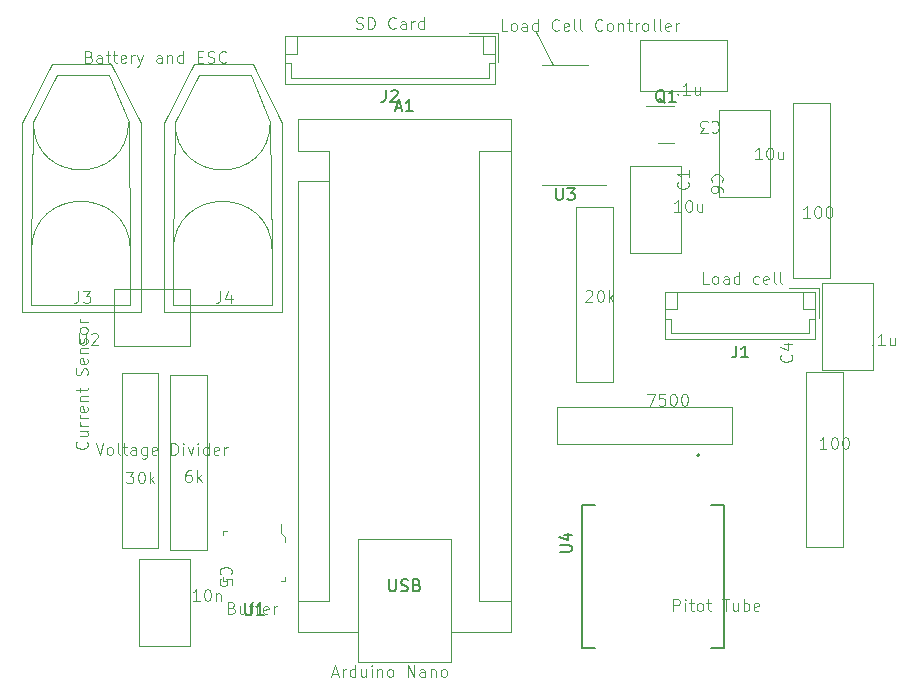
<source format=gbr>
%TF.GenerationSoftware,KiCad,Pcbnew,7.0.7*%
%TF.CreationDate,2023-12-14T17:45:07-06:00*%
%TF.ProjectId,test,74657374-2e6b-4696-9361-645f70636258,rev?*%
%TF.SameCoordinates,Original*%
%TF.FileFunction,Legend,Top*%
%TF.FilePolarity,Positive*%
%FSLAX46Y46*%
G04 Gerber Fmt 4.6, Leading zero omitted, Abs format (unit mm)*
G04 Created by KiCad (PCBNEW 7.0.7) date 2023-12-14 17:45:07*
%MOMM*%
%LPD*%
G01*
G04 APERTURE LIST*
%ADD10C,0.100000*%
%ADD11C,0.150000*%
%ADD12C,0.120000*%
%ADD13C,0.127000*%
%ADD14C,0.200000*%
G04 APERTURE END LIST*
D10*
X140716000Y-73533000D02*
X142179396Y-76347000D01*
X114937217Y-122284609D02*
X115080074Y-122332228D01*
X115080074Y-122332228D02*
X115127693Y-122379847D01*
X115127693Y-122379847D02*
X115175312Y-122475085D01*
X115175312Y-122475085D02*
X115175312Y-122617942D01*
X115175312Y-122617942D02*
X115127693Y-122713180D01*
X115127693Y-122713180D02*
X115080074Y-122760800D01*
X115080074Y-122760800D02*
X114984836Y-122808419D01*
X114984836Y-122808419D02*
X114603884Y-122808419D01*
X114603884Y-122808419D02*
X114603884Y-121808419D01*
X114603884Y-121808419D02*
X114937217Y-121808419D01*
X114937217Y-121808419D02*
X115032455Y-121856038D01*
X115032455Y-121856038D02*
X115080074Y-121903657D01*
X115080074Y-121903657D02*
X115127693Y-121998895D01*
X115127693Y-121998895D02*
X115127693Y-122094133D01*
X115127693Y-122094133D02*
X115080074Y-122189371D01*
X115080074Y-122189371D02*
X115032455Y-122236990D01*
X115032455Y-122236990D02*
X114937217Y-122284609D01*
X114937217Y-122284609D02*
X114603884Y-122284609D01*
X116032455Y-122141752D02*
X116032455Y-122808419D01*
X115603884Y-122141752D02*
X115603884Y-122665561D01*
X115603884Y-122665561D02*
X115651503Y-122760800D01*
X115651503Y-122760800D02*
X115746741Y-122808419D01*
X115746741Y-122808419D02*
X115889598Y-122808419D01*
X115889598Y-122808419D02*
X115984836Y-122760800D01*
X115984836Y-122760800D02*
X116032455Y-122713180D01*
X116365789Y-122141752D02*
X116746741Y-122141752D01*
X116508646Y-122808419D02*
X116508646Y-121951276D01*
X116508646Y-121951276D02*
X116556265Y-121856038D01*
X116556265Y-121856038D02*
X116651503Y-121808419D01*
X116651503Y-121808419D02*
X116746741Y-121808419D01*
X116937218Y-122141752D02*
X117318170Y-122141752D01*
X117080075Y-122808419D02*
X117080075Y-121951276D01*
X117080075Y-121951276D02*
X117127694Y-121856038D01*
X117127694Y-121856038D02*
X117222932Y-121808419D01*
X117222932Y-121808419D02*
X117318170Y-121808419D01*
X118032456Y-122760800D02*
X117937218Y-122808419D01*
X117937218Y-122808419D02*
X117746742Y-122808419D01*
X117746742Y-122808419D02*
X117651504Y-122760800D01*
X117651504Y-122760800D02*
X117603885Y-122665561D01*
X117603885Y-122665561D02*
X117603885Y-122284609D01*
X117603885Y-122284609D02*
X117651504Y-122189371D01*
X117651504Y-122189371D02*
X117746742Y-122141752D01*
X117746742Y-122141752D02*
X117937218Y-122141752D01*
X117937218Y-122141752D02*
X118032456Y-122189371D01*
X118032456Y-122189371D02*
X118080075Y-122284609D01*
X118080075Y-122284609D02*
X118080075Y-122379847D01*
X118080075Y-122379847D02*
X117603885Y-122475085D01*
X118508647Y-122808419D02*
X118508647Y-122141752D01*
X118508647Y-122332228D02*
X118556266Y-122236990D01*
X118556266Y-122236990D02*
X118603885Y-122189371D01*
X118603885Y-122189371D02*
X118699123Y-122141752D01*
X118699123Y-122141752D02*
X118794361Y-122141752D01*
X144909265Y-95487657D02*
X144956884Y-95440038D01*
X144956884Y-95440038D02*
X145052122Y-95392419D01*
X145052122Y-95392419D02*
X145290217Y-95392419D01*
X145290217Y-95392419D02*
X145385455Y-95440038D01*
X145385455Y-95440038D02*
X145433074Y-95487657D01*
X145433074Y-95487657D02*
X145480693Y-95582895D01*
X145480693Y-95582895D02*
X145480693Y-95678133D01*
X145480693Y-95678133D02*
X145433074Y-95820990D01*
X145433074Y-95820990D02*
X144861646Y-96392419D01*
X144861646Y-96392419D02*
X145480693Y-96392419D01*
X146099741Y-95392419D02*
X146194979Y-95392419D01*
X146194979Y-95392419D02*
X146290217Y-95440038D01*
X146290217Y-95440038D02*
X146337836Y-95487657D01*
X146337836Y-95487657D02*
X146385455Y-95582895D01*
X146385455Y-95582895D02*
X146433074Y-95773371D01*
X146433074Y-95773371D02*
X146433074Y-96011466D01*
X146433074Y-96011466D02*
X146385455Y-96201942D01*
X146385455Y-96201942D02*
X146337836Y-96297180D01*
X146337836Y-96297180D02*
X146290217Y-96344800D01*
X146290217Y-96344800D02*
X146194979Y-96392419D01*
X146194979Y-96392419D02*
X146099741Y-96392419D01*
X146099741Y-96392419D02*
X146004503Y-96344800D01*
X146004503Y-96344800D02*
X145956884Y-96297180D01*
X145956884Y-96297180D02*
X145909265Y-96201942D01*
X145909265Y-96201942D02*
X145861646Y-96011466D01*
X145861646Y-96011466D02*
X145861646Y-95773371D01*
X145861646Y-95773371D02*
X145909265Y-95582895D01*
X145909265Y-95582895D02*
X145956884Y-95487657D01*
X145956884Y-95487657D02*
X146004503Y-95440038D01*
X146004503Y-95440038D02*
X146099741Y-95392419D01*
X146861646Y-96392419D02*
X146861646Y-95392419D01*
X146956884Y-96011466D02*
X147242598Y-96392419D01*
X147242598Y-95725752D02*
X146861646Y-96106704D01*
X111476455Y-110632419D02*
X111285979Y-110632419D01*
X111285979Y-110632419D02*
X111190741Y-110680038D01*
X111190741Y-110680038D02*
X111143122Y-110727657D01*
X111143122Y-110727657D02*
X111047884Y-110870514D01*
X111047884Y-110870514D02*
X111000265Y-111060990D01*
X111000265Y-111060990D02*
X111000265Y-111441942D01*
X111000265Y-111441942D02*
X111047884Y-111537180D01*
X111047884Y-111537180D02*
X111095503Y-111584800D01*
X111095503Y-111584800D02*
X111190741Y-111632419D01*
X111190741Y-111632419D02*
X111381217Y-111632419D01*
X111381217Y-111632419D02*
X111476455Y-111584800D01*
X111476455Y-111584800D02*
X111524074Y-111537180D01*
X111524074Y-111537180D02*
X111571693Y-111441942D01*
X111571693Y-111441942D02*
X111571693Y-111203847D01*
X111571693Y-111203847D02*
X111524074Y-111108609D01*
X111524074Y-111108609D02*
X111476455Y-111060990D01*
X111476455Y-111060990D02*
X111381217Y-111013371D01*
X111381217Y-111013371D02*
X111190741Y-111013371D01*
X111190741Y-111013371D02*
X111095503Y-111060990D01*
X111095503Y-111060990D02*
X111047884Y-111108609D01*
X111047884Y-111108609D02*
X111000265Y-111203847D01*
X112000265Y-111632419D02*
X112000265Y-110632419D01*
X112095503Y-111251466D02*
X112381217Y-111632419D01*
X112381217Y-110965752D02*
X112000265Y-111346704D01*
X155339074Y-94868419D02*
X154862884Y-94868419D01*
X154862884Y-94868419D02*
X154862884Y-93868419D01*
X155815265Y-94868419D02*
X155720027Y-94820800D01*
X155720027Y-94820800D02*
X155672408Y-94773180D01*
X155672408Y-94773180D02*
X155624789Y-94677942D01*
X155624789Y-94677942D02*
X155624789Y-94392228D01*
X155624789Y-94392228D02*
X155672408Y-94296990D01*
X155672408Y-94296990D02*
X155720027Y-94249371D01*
X155720027Y-94249371D02*
X155815265Y-94201752D01*
X155815265Y-94201752D02*
X155958122Y-94201752D01*
X155958122Y-94201752D02*
X156053360Y-94249371D01*
X156053360Y-94249371D02*
X156100979Y-94296990D01*
X156100979Y-94296990D02*
X156148598Y-94392228D01*
X156148598Y-94392228D02*
X156148598Y-94677942D01*
X156148598Y-94677942D02*
X156100979Y-94773180D01*
X156100979Y-94773180D02*
X156053360Y-94820800D01*
X156053360Y-94820800D02*
X155958122Y-94868419D01*
X155958122Y-94868419D02*
X155815265Y-94868419D01*
X157005741Y-94868419D02*
X157005741Y-94344609D01*
X157005741Y-94344609D02*
X156958122Y-94249371D01*
X156958122Y-94249371D02*
X156862884Y-94201752D01*
X156862884Y-94201752D02*
X156672408Y-94201752D01*
X156672408Y-94201752D02*
X156577170Y-94249371D01*
X157005741Y-94820800D02*
X156910503Y-94868419D01*
X156910503Y-94868419D02*
X156672408Y-94868419D01*
X156672408Y-94868419D02*
X156577170Y-94820800D01*
X156577170Y-94820800D02*
X156529551Y-94725561D01*
X156529551Y-94725561D02*
X156529551Y-94630323D01*
X156529551Y-94630323D02*
X156577170Y-94535085D01*
X156577170Y-94535085D02*
X156672408Y-94487466D01*
X156672408Y-94487466D02*
X156910503Y-94487466D01*
X156910503Y-94487466D02*
X157005741Y-94439847D01*
X157910503Y-94868419D02*
X157910503Y-93868419D01*
X157910503Y-94820800D02*
X157815265Y-94868419D01*
X157815265Y-94868419D02*
X157624789Y-94868419D01*
X157624789Y-94868419D02*
X157529551Y-94820800D01*
X157529551Y-94820800D02*
X157481932Y-94773180D01*
X157481932Y-94773180D02*
X157434313Y-94677942D01*
X157434313Y-94677942D02*
X157434313Y-94392228D01*
X157434313Y-94392228D02*
X157481932Y-94296990D01*
X157481932Y-94296990D02*
X157529551Y-94249371D01*
X157529551Y-94249371D02*
X157624789Y-94201752D01*
X157624789Y-94201752D02*
X157815265Y-94201752D01*
X157815265Y-94201752D02*
X157910503Y-94249371D01*
X159577170Y-94820800D02*
X159481932Y-94868419D01*
X159481932Y-94868419D02*
X159291456Y-94868419D01*
X159291456Y-94868419D02*
X159196218Y-94820800D01*
X159196218Y-94820800D02*
X159148599Y-94773180D01*
X159148599Y-94773180D02*
X159100980Y-94677942D01*
X159100980Y-94677942D02*
X159100980Y-94392228D01*
X159100980Y-94392228D02*
X159148599Y-94296990D01*
X159148599Y-94296990D02*
X159196218Y-94249371D01*
X159196218Y-94249371D02*
X159291456Y-94201752D01*
X159291456Y-94201752D02*
X159481932Y-94201752D01*
X159481932Y-94201752D02*
X159577170Y-94249371D01*
X160386694Y-94820800D02*
X160291456Y-94868419D01*
X160291456Y-94868419D02*
X160100980Y-94868419D01*
X160100980Y-94868419D02*
X160005742Y-94820800D01*
X160005742Y-94820800D02*
X159958123Y-94725561D01*
X159958123Y-94725561D02*
X159958123Y-94344609D01*
X159958123Y-94344609D02*
X160005742Y-94249371D01*
X160005742Y-94249371D02*
X160100980Y-94201752D01*
X160100980Y-94201752D02*
X160291456Y-94201752D01*
X160291456Y-94201752D02*
X160386694Y-94249371D01*
X160386694Y-94249371D02*
X160434313Y-94344609D01*
X160434313Y-94344609D02*
X160434313Y-94439847D01*
X160434313Y-94439847D02*
X159958123Y-94535085D01*
X161005742Y-94868419D02*
X160910504Y-94820800D01*
X160910504Y-94820800D02*
X160862885Y-94725561D01*
X160862885Y-94725561D02*
X160862885Y-93868419D01*
X161529552Y-94868419D02*
X161434314Y-94820800D01*
X161434314Y-94820800D02*
X161386695Y-94725561D01*
X161386695Y-94725561D02*
X161386695Y-93868419D01*
X150083042Y-104179419D02*
X150749708Y-104179419D01*
X150749708Y-104179419D02*
X150321137Y-105179419D01*
X151606851Y-104179419D02*
X151130661Y-104179419D01*
X151130661Y-104179419D02*
X151083042Y-104655609D01*
X151083042Y-104655609D02*
X151130661Y-104607990D01*
X151130661Y-104607990D02*
X151225899Y-104560371D01*
X151225899Y-104560371D02*
X151463994Y-104560371D01*
X151463994Y-104560371D02*
X151559232Y-104607990D01*
X151559232Y-104607990D02*
X151606851Y-104655609D01*
X151606851Y-104655609D02*
X151654470Y-104750847D01*
X151654470Y-104750847D02*
X151654470Y-104988942D01*
X151654470Y-104988942D02*
X151606851Y-105084180D01*
X151606851Y-105084180D02*
X151559232Y-105131800D01*
X151559232Y-105131800D02*
X151463994Y-105179419D01*
X151463994Y-105179419D02*
X151225899Y-105179419D01*
X151225899Y-105179419D02*
X151130661Y-105131800D01*
X151130661Y-105131800D02*
X151083042Y-105084180D01*
X152273518Y-104179419D02*
X152368756Y-104179419D01*
X152368756Y-104179419D02*
X152463994Y-104227038D01*
X152463994Y-104227038D02*
X152511613Y-104274657D01*
X152511613Y-104274657D02*
X152559232Y-104369895D01*
X152559232Y-104369895D02*
X152606851Y-104560371D01*
X152606851Y-104560371D02*
X152606851Y-104798466D01*
X152606851Y-104798466D02*
X152559232Y-104988942D01*
X152559232Y-104988942D02*
X152511613Y-105084180D01*
X152511613Y-105084180D02*
X152463994Y-105131800D01*
X152463994Y-105131800D02*
X152368756Y-105179419D01*
X152368756Y-105179419D02*
X152273518Y-105179419D01*
X152273518Y-105179419D02*
X152178280Y-105131800D01*
X152178280Y-105131800D02*
X152130661Y-105084180D01*
X152130661Y-105084180D02*
X152083042Y-104988942D01*
X152083042Y-104988942D02*
X152035423Y-104798466D01*
X152035423Y-104798466D02*
X152035423Y-104560371D01*
X152035423Y-104560371D02*
X152083042Y-104369895D01*
X152083042Y-104369895D02*
X152130661Y-104274657D01*
X152130661Y-104274657D02*
X152178280Y-104227038D01*
X152178280Y-104227038D02*
X152273518Y-104179419D01*
X153225899Y-104179419D02*
X153321137Y-104179419D01*
X153321137Y-104179419D02*
X153416375Y-104227038D01*
X153416375Y-104227038D02*
X153463994Y-104274657D01*
X153463994Y-104274657D02*
X153511613Y-104369895D01*
X153511613Y-104369895D02*
X153559232Y-104560371D01*
X153559232Y-104560371D02*
X153559232Y-104798466D01*
X153559232Y-104798466D02*
X153511613Y-104988942D01*
X153511613Y-104988942D02*
X153463994Y-105084180D01*
X153463994Y-105084180D02*
X153416375Y-105131800D01*
X153416375Y-105131800D02*
X153321137Y-105179419D01*
X153321137Y-105179419D02*
X153225899Y-105179419D01*
X153225899Y-105179419D02*
X153130661Y-105131800D01*
X153130661Y-105131800D02*
X153083042Y-105084180D01*
X153083042Y-105084180D02*
X153035423Y-104988942D01*
X153035423Y-104988942D02*
X152987804Y-104798466D01*
X152987804Y-104798466D02*
X152987804Y-104560371D01*
X152987804Y-104560371D02*
X153035423Y-104369895D01*
X153035423Y-104369895D02*
X153083042Y-104274657D01*
X153083042Y-104274657D02*
X153130661Y-104227038D01*
X153130661Y-104227038D02*
X153225899Y-104179419D01*
X169213884Y-99980180D02*
X169261503Y-100027800D01*
X169261503Y-100027800D02*
X169213884Y-100075419D01*
X169213884Y-100075419D02*
X169166265Y-100027800D01*
X169166265Y-100027800D02*
X169213884Y-99980180D01*
X169213884Y-99980180D02*
X169213884Y-100075419D01*
X170213883Y-100075419D02*
X169642455Y-100075419D01*
X169928169Y-100075419D02*
X169928169Y-99075419D01*
X169928169Y-99075419D02*
X169832931Y-99218276D01*
X169832931Y-99218276D02*
X169737693Y-99313514D01*
X169737693Y-99313514D02*
X169642455Y-99361133D01*
X171071026Y-99408752D02*
X171071026Y-100075419D01*
X170642455Y-99408752D02*
X170642455Y-99932561D01*
X170642455Y-99932561D02*
X170690074Y-100027800D01*
X170690074Y-100027800D02*
X170785312Y-100075419D01*
X170785312Y-100075419D02*
X170928169Y-100075419D01*
X170928169Y-100075419D02*
X171023407Y-100027800D01*
X171023407Y-100027800D02*
X171071026Y-99980180D01*
X102647180Y-108217687D02*
X102694800Y-108265306D01*
X102694800Y-108265306D02*
X102742419Y-108408163D01*
X102742419Y-108408163D02*
X102742419Y-108503401D01*
X102742419Y-108503401D02*
X102694800Y-108646258D01*
X102694800Y-108646258D02*
X102599561Y-108741496D01*
X102599561Y-108741496D02*
X102504323Y-108789115D01*
X102504323Y-108789115D02*
X102313847Y-108836734D01*
X102313847Y-108836734D02*
X102170990Y-108836734D01*
X102170990Y-108836734D02*
X101980514Y-108789115D01*
X101980514Y-108789115D02*
X101885276Y-108741496D01*
X101885276Y-108741496D02*
X101790038Y-108646258D01*
X101790038Y-108646258D02*
X101742419Y-108503401D01*
X101742419Y-108503401D02*
X101742419Y-108408163D01*
X101742419Y-108408163D02*
X101790038Y-108265306D01*
X101790038Y-108265306D02*
X101837657Y-108217687D01*
X102075752Y-107360544D02*
X102742419Y-107360544D01*
X102075752Y-107789115D02*
X102599561Y-107789115D01*
X102599561Y-107789115D02*
X102694800Y-107741496D01*
X102694800Y-107741496D02*
X102742419Y-107646258D01*
X102742419Y-107646258D02*
X102742419Y-107503401D01*
X102742419Y-107503401D02*
X102694800Y-107408163D01*
X102694800Y-107408163D02*
X102647180Y-107360544D01*
X102742419Y-106884353D02*
X102075752Y-106884353D01*
X102266228Y-106884353D02*
X102170990Y-106836734D01*
X102170990Y-106836734D02*
X102123371Y-106789115D01*
X102123371Y-106789115D02*
X102075752Y-106693877D01*
X102075752Y-106693877D02*
X102075752Y-106598639D01*
X102742419Y-106265305D02*
X102075752Y-106265305D01*
X102266228Y-106265305D02*
X102170990Y-106217686D01*
X102170990Y-106217686D02*
X102123371Y-106170067D01*
X102123371Y-106170067D02*
X102075752Y-106074829D01*
X102075752Y-106074829D02*
X102075752Y-105979591D01*
X102694800Y-105265305D02*
X102742419Y-105360543D01*
X102742419Y-105360543D02*
X102742419Y-105551019D01*
X102742419Y-105551019D02*
X102694800Y-105646257D01*
X102694800Y-105646257D02*
X102599561Y-105693876D01*
X102599561Y-105693876D02*
X102218609Y-105693876D01*
X102218609Y-105693876D02*
X102123371Y-105646257D01*
X102123371Y-105646257D02*
X102075752Y-105551019D01*
X102075752Y-105551019D02*
X102075752Y-105360543D01*
X102075752Y-105360543D02*
X102123371Y-105265305D01*
X102123371Y-105265305D02*
X102218609Y-105217686D01*
X102218609Y-105217686D02*
X102313847Y-105217686D01*
X102313847Y-105217686D02*
X102409085Y-105693876D01*
X102075752Y-104789114D02*
X102742419Y-104789114D01*
X102170990Y-104789114D02*
X102123371Y-104741495D01*
X102123371Y-104741495D02*
X102075752Y-104646257D01*
X102075752Y-104646257D02*
X102075752Y-104503400D01*
X102075752Y-104503400D02*
X102123371Y-104408162D01*
X102123371Y-104408162D02*
X102218609Y-104360543D01*
X102218609Y-104360543D02*
X102742419Y-104360543D01*
X102075752Y-104027209D02*
X102075752Y-103646257D01*
X101742419Y-103884352D02*
X102599561Y-103884352D01*
X102599561Y-103884352D02*
X102694800Y-103836733D01*
X102694800Y-103836733D02*
X102742419Y-103741495D01*
X102742419Y-103741495D02*
X102742419Y-103646257D01*
X102694800Y-102598637D02*
X102742419Y-102455780D01*
X102742419Y-102455780D02*
X102742419Y-102217685D01*
X102742419Y-102217685D02*
X102694800Y-102122447D01*
X102694800Y-102122447D02*
X102647180Y-102074828D01*
X102647180Y-102074828D02*
X102551942Y-102027209D01*
X102551942Y-102027209D02*
X102456704Y-102027209D01*
X102456704Y-102027209D02*
X102361466Y-102074828D01*
X102361466Y-102074828D02*
X102313847Y-102122447D01*
X102313847Y-102122447D02*
X102266228Y-102217685D01*
X102266228Y-102217685D02*
X102218609Y-102408161D01*
X102218609Y-102408161D02*
X102170990Y-102503399D01*
X102170990Y-102503399D02*
X102123371Y-102551018D01*
X102123371Y-102551018D02*
X102028133Y-102598637D01*
X102028133Y-102598637D02*
X101932895Y-102598637D01*
X101932895Y-102598637D02*
X101837657Y-102551018D01*
X101837657Y-102551018D02*
X101790038Y-102503399D01*
X101790038Y-102503399D02*
X101742419Y-102408161D01*
X101742419Y-102408161D02*
X101742419Y-102170066D01*
X101742419Y-102170066D02*
X101790038Y-102027209D01*
X102694800Y-101217685D02*
X102742419Y-101312923D01*
X102742419Y-101312923D02*
X102742419Y-101503399D01*
X102742419Y-101503399D02*
X102694800Y-101598637D01*
X102694800Y-101598637D02*
X102599561Y-101646256D01*
X102599561Y-101646256D02*
X102218609Y-101646256D01*
X102218609Y-101646256D02*
X102123371Y-101598637D01*
X102123371Y-101598637D02*
X102075752Y-101503399D01*
X102075752Y-101503399D02*
X102075752Y-101312923D01*
X102075752Y-101312923D02*
X102123371Y-101217685D01*
X102123371Y-101217685D02*
X102218609Y-101170066D01*
X102218609Y-101170066D02*
X102313847Y-101170066D01*
X102313847Y-101170066D02*
X102409085Y-101646256D01*
X102075752Y-100741494D02*
X102742419Y-100741494D01*
X102170990Y-100741494D02*
X102123371Y-100693875D01*
X102123371Y-100693875D02*
X102075752Y-100598637D01*
X102075752Y-100598637D02*
X102075752Y-100455780D01*
X102075752Y-100455780D02*
X102123371Y-100360542D01*
X102123371Y-100360542D02*
X102218609Y-100312923D01*
X102218609Y-100312923D02*
X102742419Y-100312923D01*
X102694800Y-99884351D02*
X102742419Y-99789113D01*
X102742419Y-99789113D02*
X102742419Y-99598637D01*
X102742419Y-99598637D02*
X102694800Y-99503399D01*
X102694800Y-99503399D02*
X102599561Y-99455780D01*
X102599561Y-99455780D02*
X102551942Y-99455780D01*
X102551942Y-99455780D02*
X102456704Y-99503399D01*
X102456704Y-99503399D02*
X102409085Y-99598637D01*
X102409085Y-99598637D02*
X102409085Y-99741494D01*
X102409085Y-99741494D02*
X102361466Y-99836732D01*
X102361466Y-99836732D02*
X102266228Y-99884351D01*
X102266228Y-99884351D02*
X102218609Y-99884351D01*
X102218609Y-99884351D02*
X102123371Y-99836732D01*
X102123371Y-99836732D02*
X102075752Y-99741494D01*
X102075752Y-99741494D02*
X102075752Y-99598637D01*
X102075752Y-99598637D02*
X102123371Y-99503399D01*
X102742419Y-98884351D02*
X102694800Y-98979589D01*
X102694800Y-98979589D02*
X102647180Y-99027208D01*
X102647180Y-99027208D02*
X102551942Y-99074827D01*
X102551942Y-99074827D02*
X102266228Y-99074827D01*
X102266228Y-99074827D02*
X102170990Y-99027208D01*
X102170990Y-99027208D02*
X102123371Y-98979589D01*
X102123371Y-98979589D02*
X102075752Y-98884351D01*
X102075752Y-98884351D02*
X102075752Y-98741494D01*
X102075752Y-98741494D02*
X102123371Y-98646256D01*
X102123371Y-98646256D02*
X102170990Y-98598637D01*
X102170990Y-98598637D02*
X102266228Y-98551018D01*
X102266228Y-98551018D02*
X102551942Y-98551018D01*
X102551942Y-98551018D02*
X102647180Y-98598637D01*
X102647180Y-98598637D02*
X102694800Y-98646256D01*
X102694800Y-98646256D02*
X102742419Y-98741494D01*
X102742419Y-98741494D02*
X102742419Y-98884351D01*
X102742419Y-98122446D02*
X102075752Y-98122446D01*
X102266228Y-98122446D02*
X102170990Y-98074827D01*
X102170990Y-98074827D02*
X102123371Y-98027208D01*
X102123371Y-98027208D02*
X102075752Y-97931970D01*
X102075752Y-97931970D02*
X102075752Y-97836732D01*
X152703884Y-78771180D02*
X152751503Y-78818800D01*
X152751503Y-78818800D02*
X152703884Y-78866419D01*
X152703884Y-78866419D02*
X152656265Y-78818800D01*
X152656265Y-78818800D02*
X152703884Y-78771180D01*
X152703884Y-78771180D02*
X152703884Y-78866419D01*
X153703883Y-78866419D02*
X153132455Y-78866419D01*
X153418169Y-78866419D02*
X153418169Y-77866419D01*
X153418169Y-77866419D02*
X153322931Y-78009276D01*
X153322931Y-78009276D02*
X153227693Y-78104514D01*
X153227693Y-78104514D02*
X153132455Y-78152133D01*
X154561026Y-78199752D02*
X154561026Y-78866419D01*
X154132455Y-78199752D02*
X154132455Y-78723561D01*
X154132455Y-78723561D02*
X154180074Y-78818800D01*
X154180074Y-78818800D02*
X154275312Y-78866419D01*
X154275312Y-78866419D02*
X154418169Y-78866419D01*
X154418169Y-78866419D02*
X154513407Y-78818800D01*
X154513407Y-78818800D02*
X154561026Y-78771180D01*
X138270074Y-73462419D02*
X137793884Y-73462419D01*
X137793884Y-73462419D02*
X137793884Y-72462419D01*
X138746265Y-73462419D02*
X138651027Y-73414800D01*
X138651027Y-73414800D02*
X138603408Y-73367180D01*
X138603408Y-73367180D02*
X138555789Y-73271942D01*
X138555789Y-73271942D02*
X138555789Y-72986228D01*
X138555789Y-72986228D02*
X138603408Y-72890990D01*
X138603408Y-72890990D02*
X138651027Y-72843371D01*
X138651027Y-72843371D02*
X138746265Y-72795752D01*
X138746265Y-72795752D02*
X138889122Y-72795752D01*
X138889122Y-72795752D02*
X138984360Y-72843371D01*
X138984360Y-72843371D02*
X139031979Y-72890990D01*
X139031979Y-72890990D02*
X139079598Y-72986228D01*
X139079598Y-72986228D02*
X139079598Y-73271942D01*
X139079598Y-73271942D02*
X139031979Y-73367180D01*
X139031979Y-73367180D02*
X138984360Y-73414800D01*
X138984360Y-73414800D02*
X138889122Y-73462419D01*
X138889122Y-73462419D02*
X138746265Y-73462419D01*
X139936741Y-73462419D02*
X139936741Y-72938609D01*
X139936741Y-72938609D02*
X139889122Y-72843371D01*
X139889122Y-72843371D02*
X139793884Y-72795752D01*
X139793884Y-72795752D02*
X139603408Y-72795752D01*
X139603408Y-72795752D02*
X139508170Y-72843371D01*
X139936741Y-73414800D02*
X139841503Y-73462419D01*
X139841503Y-73462419D02*
X139603408Y-73462419D01*
X139603408Y-73462419D02*
X139508170Y-73414800D01*
X139508170Y-73414800D02*
X139460551Y-73319561D01*
X139460551Y-73319561D02*
X139460551Y-73224323D01*
X139460551Y-73224323D02*
X139508170Y-73129085D01*
X139508170Y-73129085D02*
X139603408Y-73081466D01*
X139603408Y-73081466D02*
X139841503Y-73081466D01*
X139841503Y-73081466D02*
X139936741Y-73033847D01*
X140841503Y-73462419D02*
X140841503Y-72462419D01*
X140841503Y-73414800D02*
X140746265Y-73462419D01*
X140746265Y-73462419D02*
X140555789Y-73462419D01*
X140555789Y-73462419D02*
X140460551Y-73414800D01*
X140460551Y-73414800D02*
X140412932Y-73367180D01*
X140412932Y-73367180D02*
X140365313Y-73271942D01*
X140365313Y-73271942D02*
X140365313Y-72986228D01*
X140365313Y-72986228D02*
X140412932Y-72890990D01*
X140412932Y-72890990D02*
X140460551Y-72843371D01*
X140460551Y-72843371D02*
X140555789Y-72795752D01*
X140555789Y-72795752D02*
X140746265Y-72795752D01*
X140746265Y-72795752D02*
X140841503Y-72843371D01*
X142651027Y-73367180D02*
X142603408Y-73414800D01*
X142603408Y-73414800D02*
X142460551Y-73462419D01*
X142460551Y-73462419D02*
X142365313Y-73462419D01*
X142365313Y-73462419D02*
X142222456Y-73414800D01*
X142222456Y-73414800D02*
X142127218Y-73319561D01*
X142127218Y-73319561D02*
X142079599Y-73224323D01*
X142079599Y-73224323D02*
X142031980Y-73033847D01*
X142031980Y-73033847D02*
X142031980Y-72890990D01*
X142031980Y-72890990D02*
X142079599Y-72700514D01*
X142079599Y-72700514D02*
X142127218Y-72605276D01*
X142127218Y-72605276D02*
X142222456Y-72510038D01*
X142222456Y-72510038D02*
X142365313Y-72462419D01*
X142365313Y-72462419D02*
X142460551Y-72462419D01*
X142460551Y-72462419D02*
X142603408Y-72510038D01*
X142603408Y-72510038D02*
X142651027Y-72557657D01*
X143460551Y-73414800D02*
X143365313Y-73462419D01*
X143365313Y-73462419D02*
X143174837Y-73462419D01*
X143174837Y-73462419D02*
X143079599Y-73414800D01*
X143079599Y-73414800D02*
X143031980Y-73319561D01*
X143031980Y-73319561D02*
X143031980Y-72938609D01*
X143031980Y-72938609D02*
X143079599Y-72843371D01*
X143079599Y-72843371D02*
X143174837Y-72795752D01*
X143174837Y-72795752D02*
X143365313Y-72795752D01*
X143365313Y-72795752D02*
X143460551Y-72843371D01*
X143460551Y-72843371D02*
X143508170Y-72938609D01*
X143508170Y-72938609D02*
X143508170Y-73033847D01*
X143508170Y-73033847D02*
X143031980Y-73129085D01*
X144079599Y-73462419D02*
X143984361Y-73414800D01*
X143984361Y-73414800D02*
X143936742Y-73319561D01*
X143936742Y-73319561D02*
X143936742Y-72462419D01*
X144603409Y-73462419D02*
X144508171Y-73414800D01*
X144508171Y-73414800D02*
X144460552Y-73319561D01*
X144460552Y-73319561D02*
X144460552Y-72462419D01*
X146317695Y-73367180D02*
X146270076Y-73414800D01*
X146270076Y-73414800D02*
X146127219Y-73462419D01*
X146127219Y-73462419D02*
X146031981Y-73462419D01*
X146031981Y-73462419D02*
X145889124Y-73414800D01*
X145889124Y-73414800D02*
X145793886Y-73319561D01*
X145793886Y-73319561D02*
X145746267Y-73224323D01*
X145746267Y-73224323D02*
X145698648Y-73033847D01*
X145698648Y-73033847D02*
X145698648Y-72890990D01*
X145698648Y-72890990D02*
X145746267Y-72700514D01*
X145746267Y-72700514D02*
X145793886Y-72605276D01*
X145793886Y-72605276D02*
X145889124Y-72510038D01*
X145889124Y-72510038D02*
X146031981Y-72462419D01*
X146031981Y-72462419D02*
X146127219Y-72462419D01*
X146127219Y-72462419D02*
X146270076Y-72510038D01*
X146270076Y-72510038D02*
X146317695Y-72557657D01*
X146889124Y-73462419D02*
X146793886Y-73414800D01*
X146793886Y-73414800D02*
X146746267Y-73367180D01*
X146746267Y-73367180D02*
X146698648Y-73271942D01*
X146698648Y-73271942D02*
X146698648Y-72986228D01*
X146698648Y-72986228D02*
X146746267Y-72890990D01*
X146746267Y-72890990D02*
X146793886Y-72843371D01*
X146793886Y-72843371D02*
X146889124Y-72795752D01*
X146889124Y-72795752D02*
X147031981Y-72795752D01*
X147031981Y-72795752D02*
X147127219Y-72843371D01*
X147127219Y-72843371D02*
X147174838Y-72890990D01*
X147174838Y-72890990D02*
X147222457Y-72986228D01*
X147222457Y-72986228D02*
X147222457Y-73271942D01*
X147222457Y-73271942D02*
X147174838Y-73367180D01*
X147174838Y-73367180D02*
X147127219Y-73414800D01*
X147127219Y-73414800D02*
X147031981Y-73462419D01*
X147031981Y-73462419D02*
X146889124Y-73462419D01*
X147651029Y-72795752D02*
X147651029Y-73462419D01*
X147651029Y-72890990D02*
X147698648Y-72843371D01*
X147698648Y-72843371D02*
X147793886Y-72795752D01*
X147793886Y-72795752D02*
X147936743Y-72795752D01*
X147936743Y-72795752D02*
X148031981Y-72843371D01*
X148031981Y-72843371D02*
X148079600Y-72938609D01*
X148079600Y-72938609D02*
X148079600Y-73462419D01*
X148412934Y-72795752D02*
X148793886Y-72795752D01*
X148555791Y-72462419D02*
X148555791Y-73319561D01*
X148555791Y-73319561D02*
X148603410Y-73414800D01*
X148603410Y-73414800D02*
X148698648Y-73462419D01*
X148698648Y-73462419D02*
X148793886Y-73462419D01*
X149127220Y-73462419D02*
X149127220Y-72795752D01*
X149127220Y-72986228D02*
X149174839Y-72890990D01*
X149174839Y-72890990D02*
X149222458Y-72843371D01*
X149222458Y-72843371D02*
X149317696Y-72795752D01*
X149317696Y-72795752D02*
X149412934Y-72795752D01*
X149889125Y-73462419D02*
X149793887Y-73414800D01*
X149793887Y-73414800D02*
X149746268Y-73367180D01*
X149746268Y-73367180D02*
X149698649Y-73271942D01*
X149698649Y-73271942D02*
X149698649Y-72986228D01*
X149698649Y-72986228D02*
X149746268Y-72890990D01*
X149746268Y-72890990D02*
X149793887Y-72843371D01*
X149793887Y-72843371D02*
X149889125Y-72795752D01*
X149889125Y-72795752D02*
X150031982Y-72795752D01*
X150031982Y-72795752D02*
X150127220Y-72843371D01*
X150127220Y-72843371D02*
X150174839Y-72890990D01*
X150174839Y-72890990D02*
X150222458Y-72986228D01*
X150222458Y-72986228D02*
X150222458Y-73271942D01*
X150222458Y-73271942D02*
X150174839Y-73367180D01*
X150174839Y-73367180D02*
X150127220Y-73414800D01*
X150127220Y-73414800D02*
X150031982Y-73462419D01*
X150031982Y-73462419D02*
X149889125Y-73462419D01*
X150793887Y-73462419D02*
X150698649Y-73414800D01*
X150698649Y-73414800D02*
X150651030Y-73319561D01*
X150651030Y-73319561D02*
X150651030Y-72462419D01*
X151317697Y-73462419D02*
X151222459Y-73414800D01*
X151222459Y-73414800D02*
X151174840Y-73319561D01*
X151174840Y-73319561D02*
X151174840Y-72462419D01*
X152079602Y-73414800D02*
X151984364Y-73462419D01*
X151984364Y-73462419D02*
X151793888Y-73462419D01*
X151793888Y-73462419D02*
X151698650Y-73414800D01*
X151698650Y-73414800D02*
X151651031Y-73319561D01*
X151651031Y-73319561D02*
X151651031Y-72938609D01*
X151651031Y-72938609D02*
X151698650Y-72843371D01*
X151698650Y-72843371D02*
X151793888Y-72795752D01*
X151793888Y-72795752D02*
X151984364Y-72795752D01*
X151984364Y-72795752D02*
X152079602Y-72843371D01*
X152079602Y-72843371D02*
X152127221Y-72938609D01*
X152127221Y-72938609D02*
X152127221Y-73033847D01*
X152127221Y-73033847D02*
X151651031Y-73129085D01*
X152555793Y-73462419D02*
X152555793Y-72795752D01*
X152555793Y-72986228D02*
X152603412Y-72890990D01*
X152603412Y-72890990D02*
X152651031Y-72843371D01*
X152651031Y-72843371D02*
X152746269Y-72795752D01*
X152746269Y-72795752D02*
X152841507Y-72795752D01*
X103412027Y-108346419D02*
X103745360Y-109346419D01*
X103745360Y-109346419D02*
X104078693Y-108346419D01*
X104554884Y-109346419D02*
X104459646Y-109298800D01*
X104459646Y-109298800D02*
X104412027Y-109251180D01*
X104412027Y-109251180D02*
X104364408Y-109155942D01*
X104364408Y-109155942D02*
X104364408Y-108870228D01*
X104364408Y-108870228D02*
X104412027Y-108774990D01*
X104412027Y-108774990D02*
X104459646Y-108727371D01*
X104459646Y-108727371D02*
X104554884Y-108679752D01*
X104554884Y-108679752D02*
X104697741Y-108679752D01*
X104697741Y-108679752D02*
X104792979Y-108727371D01*
X104792979Y-108727371D02*
X104840598Y-108774990D01*
X104840598Y-108774990D02*
X104888217Y-108870228D01*
X104888217Y-108870228D02*
X104888217Y-109155942D01*
X104888217Y-109155942D02*
X104840598Y-109251180D01*
X104840598Y-109251180D02*
X104792979Y-109298800D01*
X104792979Y-109298800D02*
X104697741Y-109346419D01*
X104697741Y-109346419D02*
X104554884Y-109346419D01*
X105459646Y-109346419D02*
X105364408Y-109298800D01*
X105364408Y-109298800D02*
X105316789Y-109203561D01*
X105316789Y-109203561D02*
X105316789Y-108346419D01*
X105697742Y-108679752D02*
X106078694Y-108679752D01*
X105840599Y-108346419D02*
X105840599Y-109203561D01*
X105840599Y-109203561D02*
X105888218Y-109298800D01*
X105888218Y-109298800D02*
X105983456Y-109346419D01*
X105983456Y-109346419D02*
X106078694Y-109346419D01*
X106840599Y-109346419D02*
X106840599Y-108822609D01*
X106840599Y-108822609D02*
X106792980Y-108727371D01*
X106792980Y-108727371D02*
X106697742Y-108679752D01*
X106697742Y-108679752D02*
X106507266Y-108679752D01*
X106507266Y-108679752D02*
X106412028Y-108727371D01*
X106840599Y-109298800D02*
X106745361Y-109346419D01*
X106745361Y-109346419D02*
X106507266Y-109346419D01*
X106507266Y-109346419D02*
X106412028Y-109298800D01*
X106412028Y-109298800D02*
X106364409Y-109203561D01*
X106364409Y-109203561D02*
X106364409Y-109108323D01*
X106364409Y-109108323D02*
X106412028Y-109013085D01*
X106412028Y-109013085D02*
X106507266Y-108965466D01*
X106507266Y-108965466D02*
X106745361Y-108965466D01*
X106745361Y-108965466D02*
X106840599Y-108917847D01*
X107745361Y-108679752D02*
X107745361Y-109489276D01*
X107745361Y-109489276D02*
X107697742Y-109584514D01*
X107697742Y-109584514D02*
X107650123Y-109632133D01*
X107650123Y-109632133D02*
X107554885Y-109679752D01*
X107554885Y-109679752D02*
X107412028Y-109679752D01*
X107412028Y-109679752D02*
X107316790Y-109632133D01*
X107745361Y-109298800D02*
X107650123Y-109346419D01*
X107650123Y-109346419D02*
X107459647Y-109346419D01*
X107459647Y-109346419D02*
X107364409Y-109298800D01*
X107364409Y-109298800D02*
X107316790Y-109251180D01*
X107316790Y-109251180D02*
X107269171Y-109155942D01*
X107269171Y-109155942D02*
X107269171Y-108870228D01*
X107269171Y-108870228D02*
X107316790Y-108774990D01*
X107316790Y-108774990D02*
X107364409Y-108727371D01*
X107364409Y-108727371D02*
X107459647Y-108679752D01*
X107459647Y-108679752D02*
X107650123Y-108679752D01*
X107650123Y-108679752D02*
X107745361Y-108727371D01*
X108602504Y-109298800D02*
X108507266Y-109346419D01*
X108507266Y-109346419D02*
X108316790Y-109346419D01*
X108316790Y-109346419D02*
X108221552Y-109298800D01*
X108221552Y-109298800D02*
X108173933Y-109203561D01*
X108173933Y-109203561D02*
X108173933Y-108822609D01*
X108173933Y-108822609D02*
X108221552Y-108727371D01*
X108221552Y-108727371D02*
X108316790Y-108679752D01*
X108316790Y-108679752D02*
X108507266Y-108679752D01*
X108507266Y-108679752D02*
X108602504Y-108727371D01*
X108602504Y-108727371D02*
X108650123Y-108822609D01*
X108650123Y-108822609D02*
X108650123Y-108917847D01*
X108650123Y-108917847D02*
X108173933Y-109013085D01*
X109840600Y-109346419D02*
X109840600Y-108346419D01*
X109840600Y-108346419D02*
X110078695Y-108346419D01*
X110078695Y-108346419D02*
X110221552Y-108394038D01*
X110221552Y-108394038D02*
X110316790Y-108489276D01*
X110316790Y-108489276D02*
X110364409Y-108584514D01*
X110364409Y-108584514D02*
X110412028Y-108774990D01*
X110412028Y-108774990D02*
X110412028Y-108917847D01*
X110412028Y-108917847D02*
X110364409Y-109108323D01*
X110364409Y-109108323D02*
X110316790Y-109203561D01*
X110316790Y-109203561D02*
X110221552Y-109298800D01*
X110221552Y-109298800D02*
X110078695Y-109346419D01*
X110078695Y-109346419D02*
X109840600Y-109346419D01*
X110840600Y-109346419D02*
X110840600Y-108679752D01*
X110840600Y-108346419D02*
X110792981Y-108394038D01*
X110792981Y-108394038D02*
X110840600Y-108441657D01*
X110840600Y-108441657D02*
X110888219Y-108394038D01*
X110888219Y-108394038D02*
X110840600Y-108346419D01*
X110840600Y-108346419D02*
X110840600Y-108441657D01*
X111221552Y-108679752D02*
X111459647Y-109346419D01*
X111459647Y-109346419D02*
X111697742Y-108679752D01*
X112078695Y-109346419D02*
X112078695Y-108679752D01*
X112078695Y-108346419D02*
X112031076Y-108394038D01*
X112031076Y-108394038D02*
X112078695Y-108441657D01*
X112078695Y-108441657D02*
X112126314Y-108394038D01*
X112126314Y-108394038D02*
X112078695Y-108346419D01*
X112078695Y-108346419D02*
X112078695Y-108441657D01*
X112983456Y-109346419D02*
X112983456Y-108346419D01*
X112983456Y-109298800D02*
X112888218Y-109346419D01*
X112888218Y-109346419D02*
X112697742Y-109346419D01*
X112697742Y-109346419D02*
X112602504Y-109298800D01*
X112602504Y-109298800D02*
X112554885Y-109251180D01*
X112554885Y-109251180D02*
X112507266Y-109155942D01*
X112507266Y-109155942D02*
X112507266Y-108870228D01*
X112507266Y-108870228D02*
X112554885Y-108774990D01*
X112554885Y-108774990D02*
X112602504Y-108727371D01*
X112602504Y-108727371D02*
X112697742Y-108679752D01*
X112697742Y-108679752D02*
X112888218Y-108679752D01*
X112888218Y-108679752D02*
X112983456Y-108727371D01*
X113840599Y-109298800D02*
X113745361Y-109346419D01*
X113745361Y-109346419D02*
X113554885Y-109346419D01*
X113554885Y-109346419D02*
X113459647Y-109298800D01*
X113459647Y-109298800D02*
X113412028Y-109203561D01*
X113412028Y-109203561D02*
X113412028Y-108822609D01*
X113412028Y-108822609D02*
X113459647Y-108727371D01*
X113459647Y-108727371D02*
X113554885Y-108679752D01*
X113554885Y-108679752D02*
X113745361Y-108679752D01*
X113745361Y-108679752D02*
X113840599Y-108727371D01*
X113840599Y-108727371D02*
X113888218Y-108822609D01*
X113888218Y-108822609D02*
X113888218Y-108917847D01*
X113888218Y-108917847D02*
X113412028Y-109013085D01*
X114316790Y-109346419D02*
X114316790Y-108679752D01*
X114316790Y-108870228D02*
X114364409Y-108774990D01*
X114364409Y-108774990D02*
X114412028Y-108727371D01*
X114412028Y-108727371D02*
X114507266Y-108679752D01*
X114507266Y-108679752D02*
X114602504Y-108679752D01*
X125478265Y-73230800D02*
X125621122Y-73278419D01*
X125621122Y-73278419D02*
X125859217Y-73278419D01*
X125859217Y-73278419D02*
X125954455Y-73230800D01*
X125954455Y-73230800D02*
X126002074Y-73183180D01*
X126002074Y-73183180D02*
X126049693Y-73087942D01*
X126049693Y-73087942D02*
X126049693Y-72992704D01*
X126049693Y-72992704D02*
X126002074Y-72897466D01*
X126002074Y-72897466D02*
X125954455Y-72849847D01*
X125954455Y-72849847D02*
X125859217Y-72802228D01*
X125859217Y-72802228D02*
X125668741Y-72754609D01*
X125668741Y-72754609D02*
X125573503Y-72706990D01*
X125573503Y-72706990D02*
X125525884Y-72659371D01*
X125525884Y-72659371D02*
X125478265Y-72564133D01*
X125478265Y-72564133D02*
X125478265Y-72468895D01*
X125478265Y-72468895D02*
X125525884Y-72373657D01*
X125525884Y-72373657D02*
X125573503Y-72326038D01*
X125573503Y-72326038D02*
X125668741Y-72278419D01*
X125668741Y-72278419D02*
X125906836Y-72278419D01*
X125906836Y-72278419D02*
X126049693Y-72326038D01*
X126478265Y-73278419D02*
X126478265Y-72278419D01*
X126478265Y-72278419D02*
X126716360Y-72278419D01*
X126716360Y-72278419D02*
X126859217Y-72326038D01*
X126859217Y-72326038D02*
X126954455Y-72421276D01*
X126954455Y-72421276D02*
X127002074Y-72516514D01*
X127002074Y-72516514D02*
X127049693Y-72706990D01*
X127049693Y-72706990D02*
X127049693Y-72849847D01*
X127049693Y-72849847D02*
X127002074Y-73040323D01*
X127002074Y-73040323D02*
X126954455Y-73135561D01*
X126954455Y-73135561D02*
X126859217Y-73230800D01*
X126859217Y-73230800D02*
X126716360Y-73278419D01*
X126716360Y-73278419D02*
X126478265Y-73278419D01*
X128811598Y-73183180D02*
X128763979Y-73230800D01*
X128763979Y-73230800D02*
X128621122Y-73278419D01*
X128621122Y-73278419D02*
X128525884Y-73278419D01*
X128525884Y-73278419D02*
X128383027Y-73230800D01*
X128383027Y-73230800D02*
X128287789Y-73135561D01*
X128287789Y-73135561D02*
X128240170Y-73040323D01*
X128240170Y-73040323D02*
X128192551Y-72849847D01*
X128192551Y-72849847D02*
X128192551Y-72706990D01*
X128192551Y-72706990D02*
X128240170Y-72516514D01*
X128240170Y-72516514D02*
X128287789Y-72421276D01*
X128287789Y-72421276D02*
X128383027Y-72326038D01*
X128383027Y-72326038D02*
X128525884Y-72278419D01*
X128525884Y-72278419D02*
X128621122Y-72278419D01*
X128621122Y-72278419D02*
X128763979Y-72326038D01*
X128763979Y-72326038D02*
X128811598Y-72373657D01*
X129668741Y-73278419D02*
X129668741Y-72754609D01*
X129668741Y-72754609D02*
X129621122Y-72659371D01*
X129621122Y-72659371D02*
X129525884Y-72611752D01*
X129525884Y-72611752D02*
X129335408Y-72611752D01*
X129335408Y-72611752D02*
X129240170Y-72659371D01*
X129668741Y-73230800D02*
X129573503Y-73278419D01*
X129573503Y-73278419D02*
X129335408Y-73278419D01*
X129335408Y-73278419D02*
X129240170Y-73230800D01*
X129240170Y-73230800D02*
X129192551Y-73135561D01*
X129192551Y-73135561D02*
X129192551Y-73040323D01*
X129192551Y-73040323D02*
X129240170Y-72945085D01*
X129240170Y-72945085D02*
X129335408Y-72897466D01*
X129335408Y-72897466D02*
X129573503Y-72897466D01*
X129573503Y-72897466D02*
X129668741Y-72849847D01*
X130144932Y-73278419D02*
X130144932Y-72611752D01*
X130144932Y-72802228D02*
X130192551Y-72706990D01*
X130192551Y-72706990D02*
X130240170Y-72659371D01*
X130240170Y-72659371D02*
X130335408Y-72611752D01*
X130335408Y-72611752D02*
X130430646Y-72611752D01*
X131192551Y-73278419D02*
X131192551Y-72278419D01*
X131192551Y-73230800D02*
X131097313Y-73278419D01*
X131097313Y-73278419D02*
X130906837Y-73278419D01*
X130906837Y-73278419D02*
X130811599Y-73230800D01*
X130811599Y-73230800D02*
X130763980Y-73183180D01*
X130763980Y-73183180D02*
X130716361Y-73087942D01*
X130716361Y-73087942D02*
X130716361Y-72802228D01*
X130716361Y-72802228D02*
X130763980Y-72706990D01*
X130763980Y-72706990D02*
X130811599Y-72659371D01*
X130811599Y-72659371D02*
X130906837Y-72611752D01*
X130906837Y-72611752D02*
X131097313Y-72611752D01*
X131097313Y-72611752D02*
X131192551Y-72659371D01*
X123446265Y-127856704D02*
X123922455Y-127856704D01*
X123351027Y-128142419D02*
X123684360Y-127142419D01*
X123684360Y-127142419D02*
X124017693Y-128142419D01*
X124351027Y-128142419D02*
X124351027Y-127475752D01*
X124351027Y-127666228D02*
X124398646Y-127570990D01*
X124398646Y-127570990D02*
X124446265Y-127523371D01*
X124446265Y-127523371D02*
X124541503Y-127475752D01*
X124541503Y-127475752D02*
X124636741Y-127475752D01*
X125398646Y-128142419D02*
X125398646Y-127142419D01*
X125398646Y-128094800D02*
X125303408Y-128142419D01*
X125303408Y-128142419D02*
X125112932Y-128142419D01*
X125112932Y-128142419D02*
X125017694Y-128094800D01*
X125017694Y-128094800D02*
X124970075Y-128047180D01*
X124970075Y-128047180D02*
X124922456Y-127951942D01*
X124922456Y-127951942D02*
X124922456Y-127666228D01*
X124922456Y-127666228D02*
X124970075Y-127570990D01*
X124970075Y-127570990D02*
X125017694Y-127523371D01*
X125017694Y-127523371D02*
X125112932Y-127475752D01*
X125112932Y-127475752D02*
X125303408Y-127475752D01*
X125303408Y-127475752D02*
X125398646Y-127523371D01*
X126303408Y-127475752D02*
X126303408Y-128142419D01*
X125874837Y-127475752D02*
X125874837Y-127999561D01*
X125874837Y-127999561D02*
X125922456Y-128094800D01*
X125922456Y-128094800D02*
X126017694Y-128142419D01*
X126017694Y-128142419D02*
X126160551Y-128142419D01*
X126160551Y-128142419D02*
X126255789Y-128094800D01*
X126255789Y-128094800D02*
X126303408Y-128047180D01*
X126779599Y-128142419D02*
X126779599Y-127475752D01*
X126779599Y-127142419D02*
X126731980Y-127190038D01*
X126731980Y-127190038D02*
X126779599Y-127237657D01*
X126779599Y-127237657D02*
X126827218Y-127190038D01*
X126827218Y-127190038D02*
X126779599Y-127142419D01*
X126779599Y-127142419D02*
X126779599Y-127237657D01*
X127255789Y-127475752D02*
X127255789Y-128142419D01*
X127255789Y-127570990D02*
X127303408Y-127523371D01*
X127303408Y-127523371D02*
X127398646Y-127475752D01*
X127398646Y-127475752D02*
X127541503Y-127475752D01*
X127541503Y-127475752D02*
X127636741Y-127523371D01*
X127636741Y-127523371D02*
X127684360Y-127618609D01*
X127684360Y-127618609D02*
X127684360Y-128142419D01*
X128303408Y-128142419D02*
X128208170Y-128094800D01*
X128208170Y-128094800D02*
X128160551Y-128047180D01*
X128160551Y-128047180D02*
X128112932Y-127951942D01*
X128112932Y-127951942D02*
X128112932Y-127666228D01*
X128112932Y-127666228D02*
X128160551Y-127570990D01*
X128160551Y-127570990D02*
X128208170Y-127523371D01*
X128208170Y-127523371D02*
X128303408Y-127475752D01*
X128303408Y-127475752D02*
X128446265Y-127475752D01*
X128446265Y-127475752D02*
X128541503Y-127523371D01*
X128541503Y-127523371D02*
X128589122Y-127570990D01*
X128589122Y-127570990D02*
X128636741Y-127666228D01*
X128636741Y-127666228D02*
X128636741Y-127951942D01*
X128636741Y-127951942D02*
X128589122Y-128047180D01*
X128589122Y-128047180D02*
X128541503Y-128094800D01*
X128541503Y-128094800D02*
X128446265Y-128142419D01*
X128446265Y-128142419D02*
X128303408Y-128142419D01*
X129827218Y-128142419D02*
X129827218Y-127142419D01*
X129827218Y-127142419D02*
X130398646Y-128142419D01*
X130398646Y-128142419D02*
X130398646Y-127142419D01*
X131303408Y-128142419D02*
X131303408Y-127618609D01*
X131303408Y-127618609D02*
X131255789Y-127523371D01*
X131255789Y-127523371D02*
X131160551Y-127475752D01*
X131160551Y-127475752D02*
X130970075Y-127475752D01*
X130970075Y-127475752D02*
X130874837Y-127523371D01*
X131303408Y-128094800D02*
X131208170Y-128142419D01*
X131208170Y-128142419D02*
X130970075Y-128142419D01*
X130970075Y-128142419D02*
X130874837Y-128094800D01*
X130874837Y-128094800D02*
X130827218Y-127999561D01*
X130827218Y-127999561D02*
X130827218Y-127904323D01*
X130827218Y-127904323D02*
X130874837Y-127809085D01*
X130874837Y-127809085D02*
X130970075Y-127761466D01*
X130970075Y-127761466D02*
X131208170Y-127761466D01*
X131208170Y-127761466D02*
X131303408Y-127713847D01*
X131779599Y-127475752D02*
X131779599Y-128142419D01*
X131779599Y-127570990D02*
X131827218Y-127523371D01*
X131827218Y-127523371D02*
X131922456Y-127475752D01*
X131922456Y-127475752D02*
X132065313Y-127475752D01*
X132065313Y-127475752D02*
X132160551Y-127523371D01*
X132160551Y-127523371D02*
X132208170Y-127618609D01*
X132208170Y-127618609D02*
X132208170Y-128142419D01*
X132827218Y-128142419D02*
X132731980Y-128094800D01*
X132731980Y-128094800D02*
X132684361Y-128047180D01*
X132684361Y-128047180D02*
X132636742Y-127951942D01*
X132636742Y-127951942D02*
X132636742Y-127666228D01*
X132636742Y-127666228D02*
X132684361Y-127570990D01*
X132684361Y-127570990D02*
X132731980Y-127523371D01*
X132731980Y-127523371D02*
X132827218Y-127475752D01*
X132827218Y-127475752D02*
X132970075Y-127475752D01*
X132970075Y-127475752D02*
X133065313Y-127523371D01*
X133065313Y-127523371D02*
X133112932Y-127570990D01*
X133112932Y-127570990D02*
X133160551Y-127666228D01*
X133160551Y-127666228D02*
X133160551Y-127951942D01*
X133160551Y-127951942D02*
X133112932Y-128047180D01*
X133112932Y-128047180D02*
X133065313Y-128094800D01*
X133065313Y-128094800D02*
X132970075Y-128142419D01*
X132970075Y-128142419D02*
X132827218Y-128142419D01*
X165292693Y-108838419D02*
X164721265Y-108838419D01*
X165006979Y-108838419D02*
X165006979Y-107838419D01*
X165006979Y-107838419D02*
X164911741Y-107981276D01*
X164911741Y-107981276D02*
X164816503Y-108076514D01*
X164816503Y-108076514D02*
X164721265Y-108124133D01*
X165911741Y-107838419D02*
X166006979Y-107838419D01*
X166006979Y-107838419D02*
X166102217Y-107886038D01*
X166102217Y-107886038D02*
X166149836Y-107933657D01*
X166149836Y-107933657D02*
X166197455Y-108028895D01*
X166197455Y-108028895D02*
X166245074Y-108219371D01*
X166245074Y-108219371D02*
X166245074Y-108457466D01*
X166245074Y-108457466D02*
X166197455Y-108647942D01*
X166197455Y-108647942D02*
X166149836Y-108743180D01*
X166149836Y-108743180D02*
X166102217Y-108790800D01*
X166102217Y-108790800D02*
X166006979Y-108838419D01*
X166006979Y-108838419D02*
X165911741Y-108838419D01*
X165911741Y-108838419D02*
X165816503Y-108790800D01*
X165816503Y-108790800D02*
X165768884Y-108743180D01*
X165768884Y-108743180D02*
X165721265Y-108647942D01*
X165721265Y-108647942D02*
X165673646Y-108457466D01*
X165673646Y-108457466D02*
X165673646Y-108219371D01*
X165673646Y-108219371D02*
X165721265Y-108028895D01*
X165721265Y-108028895D02*
X165768884Y-107933657D01*
X165768884Y-107933657D02*
X165816503Y-107886038D01*
X165816503Y-107886038D02*
X165911741Y-107838419D01*
X166864122Y-107838419D02*
X166959360Y-107838419D01*
X166959360Y-107838419D02*
X167054598Y-107886038D01*
X167054598Y-107886038D02*
X167102217Y-107933657D01*
X167102217Y-107933657D02*
X167149836Y-108028895D01*
X167149836Y-108028895D02*
X167197455Y-108219371D01*
X167197455Y-108219371D02*
X167197455Y-108457466D01*
X167197455Y-108457466D02*
X167149836Y-108647942D01*
X167149836Y-108647942D02*
X167102217Y-108743180D01*
X167102217Y-108743180D02*
X167054598Y-108790800D01*
X167054598Y-108790800D02*
X166959360Y-108838419D01*
X166959360Y-108838419D02*
X166864122Y-108838419D01*
X166864122Y-108838419D02*
X166768884Y-108790800D01*
X166768884Y-108790800D02*
X166721265Y-108743180D01*
X166721265Y-108743180D02*
X166673646Y-108647942D01*
X166673646Y-108647942D02*
X166626027Y-108457466D01*
X166626027Y-108457466D02*
X166626027Y-108219371D01*
X166626027Y-108219371D02*
X166673646Y-108028895D01*
X166673646Y-108028895D02*
X166721265Y-107933657D01*
X166721265Y-107933657D02*
X166768884Y-107886038D01*
X166768884Y-107886038D02*
X166864122Y-107838419D01*
X163895693Y-89280419D02*
X163324265Y-89280419D01*
X163609979Y-89280419D02*
X163609979Y-88280419D01*
X163609979Y-88280419D02*
X163514741Y-88423276D01*
X163514741Y-88423276D02*
X163419503Y-88518514D01*
X163419503Y-88518514D02*
X163324265Y-88566133D01*
X164514741Y-88280419D02*
X164609979Y-88280419D01*
X164609979Y-88280419D02*
X164705217Y-88328038D01*
X164705217Y-88328038D02*
X164752836Y-88375657D01*
X164752836Y-88375657D02*
X164800455Y-88470895D01*
X164800455Y-88470895D02*
X164848074Y-88661371D01*
X164848074Y-88661371D02*
X164848074Y-88899466D01*
X164848074Y-88899466D02*
X164800455Y-89089942D01*
X164800455Y-89089942D02*
X164752836Y-89185180D01*
X164752836Y-89185180D02*
X164705217Y-89232800D01*
X164705217Y-89232800D02*
X164609979Y-89280419D01*
X164609979Y-89280419D02*
X164514741Y-89280419D01*
X164514741Y-89280419D02*
X164419503Y-89232800D01*
X164419503Y-89232800D02*
X164371884Y-89185180D01*
X164371884Y-89185180D02*
X164324265Y-89089942D01*
X164324265Y-89089942D02*
X164276646Y-88899466D01*
X164276646Y-88899466D02*
X164276646Y-88661371D01*
X164276646Y-88661371D02*
X164324265Y-88470895D01*
X164324265Y-88470895D02*
X164371884Y-88375657D01*
X164371884Y-88375657D02*
X164419503Y-88328038D01*
X164419503Y-88328038D02*
X164514741Y-88280419D01*
X165467122Y-88280419D02*
X165562360Y-88280419D01*
X165562360Y-88280419D02*
X165657598Y-88328038D01*
X165657598Y-88328038D02*
X165705217Y-88375657D01*
X165705217Y-88375657D02*
X165752836Y-88470895D01*
X165752836Y-88470895D02*
X165800455Y-88661371D01*
X165800455Y-88661371D02*
X165800455Y-88899466D01*
X165800455Y-88899466D02*
X165752836Y-89089942D01*
X165752836Y-89089942D02*
X165705217Y-89185180D01*
X165705217Y-89185180D02*
X165657598Y-89232800D01*
X165657598Y-89232800D02*
X165562360Y-89280419D01*
X165562360Y-89280419D02*
X165467122Y-89280419D01*
X165467122Y-89280419D02*
X165371884Y-89232800D01*
X165371884Y-89232800D02*
X165324265Y-89185180D01*
X165324265Y-89185180D02*
X165276646Y-89089942D01*
X165276646Y-89089942D02*
X165229027Y-88899466D01*
X165229027Y-88899466D02*
X165229027Y-88661371D01*
X165229027Y-88661371D02*
X165276646Y-88470895D01*
X165276646Y-88470895D02*
X165324265Y-88375657D01*
X165324265Y-88375657D02*
X165371884Y-88328038D01*
X165371884Y-88328038D02*
X165467122Y-88280419D01*
X102857217Y-75628609D02*
X103000074Y-75676228D01*
X103000074Y-75676228D02*
X103047693Y-75723847D01*
X103047693Y-75723847D02*
X103095312Y-75819085D01*
X103095312Y-75819085D02*
X103095312Y-75961942D01*
X103095312Y-75961942D02*
X103047693Y-76057180D01*
X103047693Y-76057180D02*
X103000074Y-76104800D01*
X103000074Y-76104800D02*
X102904836Y-76152419D01*
X102904836Y-76152419D02*
X102523884Y-76152419D01*
X102523884Y-76152419D02*
X102523884Y-75152419D01*
X102523884Y-75152419D02*
X102857217Y-75152419D01*
X102857217Y-75152419D02*
X102952455Y-75200038D01*
X102952455Y-75200038D02*
X103000074Y-75247657D01*
X103000074Y-75247657D02*
X103047693Y-75342895D01*
X103047693Y-75342895D02*
X103047693Y-75438133D01*
X103047693Y-75438133D02*
X103000074Y-75533371D01*
X103000074Y-75533371D02*
X102952455Y-75580990D01*
X102952455Y-75580990D02*
X102857217Y-75628609D01*
X102857217Y-75628609D02*
X102523884Y-75628609D01*
X103952455Y-76152419D02*
X103952455Y-75628609D01*
X103952455Y-75628609D02*
X103904836Y-75533371D01*
X103904836Y-75533371D02*
X103809598Y-75485752D01*
X103809598Y-75485752D02*
X103619122Y-75485752D01*
X103619122Y-75485752D02*
X103523884Y-75533371D01*
X103952455Y-76104800D02*
X103857217Y-76152419D01*
X103857217Y-76152419D02*
X103619122Y-76152419D01*
X103619122Y-76152419D02*
X103523884Y-76104800D01*
X103523884Y-76104800D02*
X103476265Y-76009561D01*
X103476265Y-76009561D02*
X103476265Y-75914323D01*
X103476265Y-75914323D02*
X103523884Y-75819085D01*
X103523884Y-75819085D02*
X103619122Y-75771466D01*
X103619122Y-75771466D02*
X103857217Y-75771466D01*
X103857217Y-75771466D02*
X103952455Y-75723847D01*
X104285789Y-75485752D02*
X104666741Y-75485752D01*
X104428646Y-75152419D02*
X104428646Y-76009561D01*
X104428646Y-76009561D02*
X104476265Y-76104800D01*
X104476265Y-76104800D02*
X104571503Y-76152419D01*
X104571503Y-76152419D02*
X104666741Y-76152419D01*
X104857218Y-75485752D02*
X105238170Y-75485752D01*
X105000075Y-75152419D02*
X105000075Y-76009561D01*
X105000075Y-76009561D02*
X105047694Y-76104800D01*
X105047694Y-76104800D02*
X105142932Y-76152419D01*
X105142932Y-76152419D02*
X105238170Y-76152419D01*
X105952456Y-76104800D02*
X105857218Y-76152419D01*
X105857218Y-76152419D02*
X105666742Y-76152419D01*
X105666742Y-76152419D02*
X105571504Y-76104800D01*
X105571504Y-76104800D02*
X105523885Y-76009561D01*
X105523885Y-76009561D02*
X105523885Y-75628609D01*
X105523885Y-75628609D02*
X105571504Y-75533371D01*
X105571504Y-75533371D02*
X105666742Y-75485752D01*
X105666742Y-75485752D02*
X105857218Y-75485752D01*
X105857218Y-75485752D02*
X105952456Y-75533371D01*
X105952456Y-75533371D02*
X106000075Y-75628609D01*
X106000075Y-75628609D02*
X106000075Y-75723847D01*
X106000075Y-75723847D02*
X105523885Y-75819085D01*
X106428647Y-76152419D02*
X106428647Y-75485752D01*
X106428647Y-75676228D02*
X106476266Y-75580990D01*
X106476266Y-75580990D02*
X106523885Y-75533371D01*
X106523885Y-75533371D02*
X106619123Y-75485752D01*
X106619123Y-75485752D02*
X106714361Y-75485752D01*
X106952457Y-75485752D02*
X107190552Y-76152419D01*
X107428647Y-75485752D02*
X107190552Y-76152419D01*
X107190552Y-76152419D02*
X107095314Y-76390514D01*
X107095314Y-76390514D02*
X107047695Y-76438133D01*
X107047695Y-76438133D02*
X106952457Y-76485752D01*
X109000076Y-76152419D02*
X109000076Y-75628609D01*
X109000076Y-75628609D02*
X108952457Y-75533371D01*
X108952457Y-75533371D02*
X108857219Y-75485752D01*
X108857219Y-75485752D02*
X108666743Y-75485752D01*
X108666743Y-75485752D02*
X108571505Y-75533371D01*
X109000076Y-76104800D02*
X108904838Y-76152419D01*
X108904838Y-76152419D02*
X108666743Y-76152419D01*
X108666743Y-76152419D02*
X108571505Y-76104800D01*
X108571505Y-76104800D02*
X108523886Y-76009561D01*
X108523886Y-76009561D02*
X108523886Y-75914323D01*
X108523886Y-75914323D02*
X108571505Y-75819085D01*
X108571505Y-75819085D02*
X108666743Y-75771466D01*
X108666743Y-75771466D02*
X108904838Y-75771466D01*
X108904838Y-75771466D02*
X109000076Y-75723847D01*
X109476267Y-75485752D02*
X109476267Y-76152419D01*
X109476267Y-75580990D02*
X109523886Y-75533371D01*
X109523886Y-75533371D02*
X109619124Y-75485752D01*
X109619124Y-75485752D02*
X109761981Y-75485752D01*
X109761981Y-75485752D02*
X109857219Y-75533371D01*
X109857219Y-75533371D02*
X109904838Y-75628609D01*
X109904838Y-75628609D02*
X109904838Y-76152419D01*
X110809600Y-76152419D02*
X110809600Y-75152419D01*
X110809600Y-76104800D02*
X110714362Y-76152419D01*
X110714362Y-76152419D02*
X110523886Y-76152419D01*
X110523886Y-76152419D02*
X110428648Y-76104800D01*
X110428648Y-76104800D02*
X110381029Y-76057180D01*
X110381029Y-76057180D02*
X110333410Y-75961942D01*
X110333410Y-75961942D02*
X110333410Y-75676228D01*
X110333410Y-75676228D02*
X110381029Y-75580990D01*
X110381029Y-75580990D02*
X110428648Y-75533371D01*
X110428648Y-75533371D02*
X110523886Y-75485752D01*
X110523886Y-75485752D02*
X110714362Y-75485752D01*
X110714362Y-75485752D02*
X110809600Y-75533371D01*
X112047696Y-75628609D02*
X112381029Y-75628609D01*
X112523886Y-76152419D02*
X112047696Y-76152419D01*
X112047696Y-76152419D02*
X112047696Y-75152419D01*
X112047696Y-75152419D02*
X112523886Y-75152419D01*
X112904839Y-76104800D02*
X113047696Y-76152419D01*
X113047696Y-76152419D02*
X113285791Y-76152419D01*
X113285791Y-76152419D02*
X113381029Y-76104800D01*
X113381029Y-76104800D02*
X113428648Y-76057180D01*
X113428648Y-76057180D02*
X113476267Y-75961942D01*
X113476267Y-75961942D02*
X113476267Y-75866704D01*
X113476267Y-75866704D02*
X113428648Y-75771466D01*
X113428648Y-75771466D02*
X113381029Y-75723847D01*
X113381029Y-75723847D02*
X113285791Y-75676228D01*
X113285791Y-75676228D02*
X113095315Y-75628609D01*
X113095315Y-75628609D02*
X113000077Y-75580990D01*
X113000077Y-75580990D02*
X112952458Y-75533371D01*
X112952458Y-75533371D02*
X112904839Y-75438133D01*
X112904839Y-75438133D02*
X112904839Y-75342895D01*
X112904839Y-75342895D02*
X112952458Y-75247657D01*
X112952458Y-75247657D02*
X113000077Y-75200038D01*
X113000077Y-75200038D02*
X113095315Y-75152419D01*
X113095315Y-75152419D02*
X113333410Y-75152419D01*
X113333410Y-75152419D02*
X113476267Y-75200038D01*
X114476267Y-76057180D02*
X114428648Y-76104800D01*
X114428648Y-76104800D02*
X114285791Y-76152419D01*
X114285791Y-76152419D02*
X114190553Y-76152419D01*
X114190553Y-76152419D02*
X114047696Y-76104800D01*
X114047696Y-76104800D02*
X113952458Y-76009561D01*
X113952458Y-76009561D02*
X113904839Y-75914323D01*
X113904839Y-75914323D02*
X113857220Y-75723847D01*
X113857220Y-75723847D02*
X113857220Y-75580990D01*
X113857220Y-75580990D02*
X113904839Y-75390514D01*
X113904839Y-75390514D02*
X113952458Y-75295276D01*
X113952458Y-75295276D02*
X114047696Y-75200038D01*
X114047696Y-75200038D02*
X114190553Y-75152419D01*
X114190553Y-75152419D02*
X114285791Y-75152419D01*
X114285791Y-75152419D02*
X114428648Y-75200038D01*
X114428648Y-75200038D02*
X114476267Y-75247657D01*
X105999646Y-110759419D02*
X106618693Y-110759419D01*
X106618693Y-110759419D02*
X106285360Y-111140371D01*
X106285360Y-111140371D02*
X106428217Y-111140371D01*
X106428217Y-111140371D02*
X106523455Y-111187990D01*
X106523455Y-111187990D02*
X106571074Y-111235609D01*
X106571074Y-111235609D02*
X106618693Y-111330847D01*
X106618693Y-111330847D02*
X106618693Y-111568942D01*
X106618693Y-111568942D02*
X106571074Y-111664180D01*
X106571074Y-111664180D02*
X106523455Y-111711800D01*
X106523455Y-111711800D02*
X106428217Y-111759419D01*
X106428217Y-111759419D02*
X106142503Y-111759419D01*
X106142503Y-111759419D02*
X106047265Y-111711800D01*
X106047265Y-111711800D02*
X105999646Y-111664180D01*
X107237741Y-110759419D02*
X107332979Y-110759419D01*
X107332979Y-110759419D02*
X107428217Y-110807038D01*
X107428217Y-110807038D02*
X107475836Y-110854657D01*
X107475836Y-110854657D02*
X107523455Y-110949895D01*
X107523455Y-110949895D02*
X107571074Y-111140371D01*
X107571074Y-111140371D02*
X107571074Y-111378466D01*
X107571074Y-111378466D02*
X107523455Y-111568942D01*
X107523455Y-111568942D02*
X107475836Y-111664180D01*
X107475836Y-111664180D02*
X107428217Y-111711800D01*
X107428217Y-111711800D02*
X107332979Y-111759419D01*
X107332979Y-111759419D02*
X107237741Y-111759419D01*
X107237741Y-111759419D02*
X107142503Y-111711800D01*
X107142503Y-111711800D02*
X107094884Y-111664180D01*
X107094884Y-111664180D02*
X107047265Y-111568942D01*
X107047265Y-111568942D02*
X106999646Y-111378466D01*
X106999646Y-111378466D02*
X106999646Y-111140371D01*
X106999646Y-111140371D02*
X107047265Y-110949895D01*
X107047265Y-110949895D02*
X107094884Y-110854657D01*
X107094884Y-110854657D02*
X107142503Y-110807038D01*
X107142503Y-110807038D02*
X107237741Y-110759419D01*
X107999646Y-111759419D02*
X107999646Y-110759419D01*
X108094884Y-111378466D02*
X108380598Y-111759419D01*
X108380598Y-111092752D02*
X107999646Y-111473704D01*
X152322884Y-122554419D02*
X152322884Y-121554419D01*
X152322884Y-121554419D02*
X152703836Y-121554419D01*
X152703836Y-121554419D02*
X152799074Y-121602038D01*
X152799074Y-121602038D02*
X152846693Y-121649657D01*
X152846693Y-121649657D02*
X152894312Y-121744895D01*
X152894312Y-121744895D02*
X152894312Y-121887752D01*
X152894312Y-121887752D02*
X152846693Y-121982990D01*
X152846693Y-121982990D02*
X152799074Y-122030609D01*
X152799074Y-122030609D02*
X152703836Y-122078228D01*
X152703836Y-122078228D02*
X152322884Y-122078228D01*
X153322884Y-122554419D02*
X153322884Y-121887752D01*
X153322884Y-121554419D02*
X153275265Y-121602038D01*
X153275265Y-121602038D02*
X153322884Y-121649657D01*
X153322884Y-121649657D02*
X153370503Y-121602038D01*
X153370503Y-121602038D02*
X153322884Y-121554419D01*
X153322884Y-121554419D02*
X153322884Y-121649657D01*
X153656217Y-121887752D02*
X154037169Y-121887752D01*
X153799074Y-121554419D02*
X153799074Y-122411561D01*
X153799074Y-122411561D02*
X153846693Y-122506800D01*
X153846693Y-122506800D02*
X153941931Y-122554419D01*
X153941931Y-122554419D02*
X154037169Y-122554419D01*
X154513360Y-122554419D02*
X154418122Y-122506800D01*
X154418122Y-122506800D02*
X154370503Y-122459180D01*
X154370503Y-122459180D02*
X154322884Y-122363942D01*
X154322884Y-122363942D02*
X154322884Y-122078228D01*
X154322884Y-122078228D02*
X154370503Y-121982990D01*
X154370503Y-121982990D02*
X154418122Y-121935371D01*
X154418122Y-121935371D02*
X154513360Y-121887752D01*
X154513360Y-121887752D02*
X154656217Y-121887752D01*
X154656217Y-121887752D02*
X154751455Y-121935371D01*
X154751455Y-121935371D02*
X154799074Y-121982990D01*
X154799074Y-121982990D02*
X154846693Y-122078228D01*
X154846693Y-122078228D02*
X154846693Y-122363942D01*
X154846693Y-122363942D02*
X154799074Y-122459180D01*
X154799074Y-122459180D02*
X154751455Y-122506800D01*
X154751455Y-122506800D02*
X154656217Y-122554419D01*
X154656217Y-122554419D02*
X154513360Y-122554419D01*
X155132408Y-121887752D02*
X155513360Y-121887752D01*
X155275265Y-121554419D02*
X155275265Y-122411561D01*
X155275265Y-122411561D02*
X155322884Y-122506800D01*
X155322884Y-122506800D02*
X155418122Y-122554419D01*
X155418122Y-122554419D02*
X155513360Y-122554419D01*
X156465742Y-121554419D02*
X157037170Y-121554419D01*
X156751456Y-122554419D02*
X156751456Y-121554419D01*
X157799075Y-121887752D02*
X157799075Y-122554419D01*
X157370504Y-121887752D02*
X157370504Y-122411561D01*
X157370504Y-122411561D02*
X157418123Y-122506800D01*
X157418123Y-122506800D02*
X157513361Y-122554419D01*
X157513361Y-122554419D02*
X157656218Y-122554419D01*
X157656218Y-122554419D02*
X157751456Y-122506800D01*
X157751456Y-122506800D02*
X157799075Y-122459180D01*
X158275266Y-122554419D02*
X158275266Y-121554419D01*
X158275266Y-121935371D02*
X158370504Y-121887752D01*
X158370504Y-121887752D02*
X158560980Y-121887752D01*
X158560980Y-121887752D02*
X158656218Y-121935371D01*
X158656218Y-121935371D02*
X158703837Y-121982990D01*
X158703837Y-121982990D02*
X158751456Y-122078228D01*
X158751456Y-122078228D02*
X158751456Y-122363942D01*
X158751456Y-122363942D02*
X158703837Y-122459180D01*
X158703837Y-122459180D02*
X158656218Y-122506800D01*
X158656218Y-122506800D02*
X158560980Y-122554419D01*
X158560980Y-122554419D02*
X158370504Y-122554419D01*
X158370504Y-122554419D02*
X158275266Y-122506800D01*
X159560980Y-122506800D02*
X159465742Y-122554419D01*
X159465742Y-122554419D02*
X159275266Y-122554419D01*
X159275266Y-122554419D02*
X159180028Y-122506800D01*
X159180028Y-122506800D02*
X159132409Y-122411561D01*
X159132409Y-122411561D02*
X159132409Y-122030609D01*
X159132409Y-122030609D02*
X159180028Y-121935371D01*
X159180028Y-121935371D02*
X159275266Y-121887752D01*
X159275266Y-121887752D02*
X159465742Y-121887752D01*
X159465742Y-121887752D02*
X159560980Y-121935371D01*
X159560980Y-121935371D02*
X159608599Y-122030609D01*
X159608599Y-122030609D02*
X159608599Y-122125847D01*
X159608599Y-122125847D02*
X159132409Y-122221085D01*
X159831693Y-84327419D02*
X159260265Y-84327419D01*
X159545979Y-84327419D02*
X159545979Y-83327419D01*
X159545979Y-83327419D02*
X159450741Y-83470276D01*
X159450741Y-83470276D02*
X159355503Y-83565514D01*
X159355503Y-83565514D02*
X159260265Y-83613133D01*
X160450741Y-83327419D02*
X160545979Y-83327419D01*
X160545979Y-83327419D02*
X160641217Y-83375038D01*
X160641217Y-83375038D02*
X160688836Y-83422657D01*
X160688836Y-83422657D02*
X160736455Y-83517895D01*
X160736455Y-83517895D02*
X160784074Y-83708371D01*
X160784074Y-83708371D02*
X160784074Y-83946466D01*
X160784074Y-83946466D02*
X160736455Y-84136942D01*
X160736455Y-84136942D02*
X160688836Y-84232180D01*
X160688836Y-84232180D02*
X160641217Y-84279800D01*
X160641217Y-84279800D02*
X160545979Y-84327419D01*
X160545979Y-84327419D02*
X160450741Y-84327419D01*
X160450741Y-84327419D02*
X160355503Y-84279800D01*
X160355503Y-84279800D02*
X160307884Y-84232180D01*
X160307884Y-84232180D02*
X160260265Y-84136942D01*
X160260265Y-84136942D02*
X160212646Y-83946466D01*
X160212646Y-83946466D02*
X160212646Y-83708371D01*
X160212646Y-83708371D02*
X160260265Y-83517895D01*
X160260265Y-83517895D02*
X160307884Y-83422657D01*
X160307884Y-83422657D02*
X160355503Y-83375038D01*
X160355503Y-83375038D02*
X160450741Y-83327419D01*
X161641217Y-83660752D02*
X161641217Y-84327419D01*
X161212646Y-83660752D02*
X161212646Y-84184561D01*
X161212646Y-84184561D02*
X161260265Y-84279800D01*
X161260265Y-84279800D02*
X161355503Y-84327419D01*
X161355503Y-84327419D02*
X161498360Y-84327419D01*
X161498360Y-84327419D02*
X161593598Y-84279800D01*
X161593598Y-84279800D02*
X161641217Y-84232180D01*
X152973693Y-88772419D02*
X152402265Y-88772419D01*
X152687979Y-88772419D02*
X152687979Y-87772419D01*
X152687979Y-87772419D02*
X152592741Y-87915276D01*
X152592741Y-87915276D02*
X152497503Y-88010514D01*
X152497503Y-88010514D02*
X152402265Y-88058133D01*
X153592741Y-87772419D02*
X153687979Y-87772419D01*
X153687979Y-87772419D02*
X153783217Y-87820038D01*
X153783217Y-87820038D02*
X153830836Y-87867657D01*
X153830836Y-87867657D02*
X153878455Y-87962895D01*
X153878455Y-87962895D02*
X153926074Y-88153371D01*
X153926074Y-88153371D02*
X153926074Y-88391466D01*
X153926074Y-88391466D02*
X153878455Y-88581942D01*
X153878455Y-88581942D02*
X153830836Y-88677180D01*
X153830836Y-88677180D02*
X153783217Y-88724800D01*
X153783217Y-88724800D02*
X153687979Y-88772419D01*
X153687979Y-88772419D02*
X153592741Y-88772419D01*
X153592741Y-88772419D02*
X153497503Y-88724800D01*
X153497503Y-88724800D02*
X153449884Y-88677180D01*
X153449884Y-88677180D02*
X153402265Y-88581942D01*
X153402265Y-88581942D02*
X153354646Y-88391466D01*
X153354646Y-88391466D02*
X153354646Y-88153371D01*
X153354646Y-88153371D02*
X153402265Y-87962895D01*
X153402265Y-87962895D02*
X153449884Y-87867657D01*
X153449884Y-87867657D02*
X153497503Y-87820038D01*
X153497503Y-87820038D02*
X153592741Y-87772419D01*
X154783217Y-88105752D02*
X154783217Y-88772419D01*
X154354646Y-88105752D02*
X154354646Y-88629561D01*
X154354646Y-88629561D02*
X154402265Y-88724800D01*
X154402265Y-88724800D02*
X154497503Y-88772419D01*
X154497503Y-88772419D02*
X154640360Y-88772419D01*
X154640360Y-88772419D02*
X154735598Y-88724800D01*
X154735598Y-88724800D02*
X154783217Y-88677180D01*
X112222693Y-121705419D02*
X111651265Y-121705419D01*
X111936979Y-121705419D02*
X111936979Y-120705419D01*
X111936979Y-120705419D02*
X111841741Y-120848276D01*
X111841741Y-120848276D02*
X111746503Y-120943514D01*
X111746503Y-120943514D02*
X111651265Y-120991133D01*
X112841741Y-120705419D02*
X112936979Y-120705419D01*
X112936979Y-120705419D02*
X113032217Y-120753038D01*
X113032217Y-120753038D02*
X113079836Y-120800657D01*
X113079836Y-120800657D02*
X113127455Y-120895895D01*
X113127455Y-120895895D02*
X113175074Y-121086371D01*
X113175074Y-121086371D02*
X113175074Y-121324466D01*
X113175074Y-121324466D02*
X113127455Y-121514942D01*
X113127455Y-121514942D02*
X113079836Y-121610180D01*
X113079836Y-121610180D02*
X113032217Y-121657800D01*
X113032217Y-121657800D02*
X112936979Y-121705419D01*
X112936979Y-121705419D02*
X112841741Y-121705419D01*
X112841741Y-121705419D02*
X112746503Y-121657800D01*
X112746503Y-121657800D02*
X112698884Y-121610180D01*
X112698884Y-121610180D02*
X112651265Y-121514942D01*
X112651265Y-121514942D02*
X112603646Y-121324466D01*
X112603646Y-121324466D02*
X112603646Y-121086371D01*
X112603646Y-121086371D02*
X112651265Y-120895895D01*
X112651265Y-120895895D02*
X112698884Y-120800657D01*
X112698884Y-120800657D02*
X112746503Y-120753038D01*
X112746503Y-120753038D02*
X112841741Y-120705419D01*
X113603646Y-121038752D02*
X113603646Y-121705419D01*
X113603646Y-121133990D02*
X113651265Y-121086371D01*
X113651265Y-121086371D02*
X113746503Y-121038752D01*
X113746503Y-121038752D02*
X113889360Y-121038752D01*
X113889360Y-121038752D02*
X113984598Y-121086371D01*
X113984598Y-121086371D02*
X114032217Y-121181609D01*
X114032217Y-121181609D02*
X114032217Y-121705419D01*
X162294180Y-100850666D02*
X162341800Y-100898285D01*
X162341800Y-100898285D02*
X162389419Y-101041142D01*
X162389419Y-101041142D02*
X162389419Y-101136380D01*
X162389419Y-101136380D02*
X162341800Y-101279237D01*
X162341800Y-101279237D02*
X162246561Y-101374475D01*
X162246561Y-101374475D02*
X162151323Y-101422094D01*
X162151323Y-101422094D02*
X161960847Y-101469713D01*
X161960847Y-101469713D02*
X161817990Y-101469713D01*
X161817990Y-101469713D02*
X161627514Y-101422094D01*
X161627514Y-101422094D02*
X161532276Y-101374475D01*
X161532276Y-101374475D02*
X161437038Y-101279237D01*
X161437038Y-101279237D02*
X161389419Y-101136380D01*
X161389419Y-101136380D02*
X161389419Y-101041142D01*
X161389419Y-101041142D02*
X161437038Y-100898285D01*
X161437038Y-100898285D02*
X161484657Y-100850666D01*
X161722752Y-99993523D02*
X162389419Y-99993523D01*
X161341800Y-100231618D02*
X162056085Y-100469713D01*
X162056085Y-100469713D02*
X162056085Y-99850666D01*
D11*
X128825714Y-79967104D02*
X129301904Y-79967104D01*
X128730476Y-80252819D02*
X129063809Y-79252819D01*
X129063809Y-79252819D02*
X129397142Y-80252819D01*
X130254285Y-80252819D02*
X129682857Y-80252819D01*
X129968571Y-80252819D02*
X129968571Y-79252819D01*
X129968571Y-79252819D02*
X129873333Y-79395676D01*
X129873333Y-79395676D02*
X129778095Y-79490914D01*
X129778095Y-79490914D02*
X129682857Y-79538533D01*
X128278095Y-119892819D02*
X128278095Y-120702342D01*
X128278095Y-120702342D02*
X128325714Y-120797580D01*
X128325714Y-120797580D02*
X128373333Y-120845200D01*
X128373333Y-120845200D02*
X128468571Y-120892819D01*
X128468571Y-120892819D02*
X128659047Y-120892819D01*
X128659047Y-120892819D02*
X128754285Y-120845200D01*
X128754285Y-120845200D02*
X128801904Y-120797580D01*
X128801904Y-120797580D02*
X128849523Y-120702342D01*
X128849523Y-120702342D02*
X128849523Y-119892819D01*
X129278095Y-120845200D02*
X129420952Y-120892819D01*
X129420952Y-120892819D02*
X129659047Y-120892819D01*
X129659047Y-120892819D02*
X129754285Y-120845200D01*
X129754285Y-120845200D02*
X129801904Y-120797580D01*
X129801904Y-120797580D02*
X129849523Y-120702342D01*
X129849523Y-120702342D02*
X129849523Y-120607104D01*
X129849523Y-120607104D02*
X129801904Y-120511866D01*
X129801904Y-120511866D02*
X129754285Y-120464247D01*
X129754285Y-120464247D02*
X129659047Y-120416628D01*
X129659047Y-120416628D02*
X129468571Y-120369009D01*
X129468571Y-120369009D02*
X129373333Y-120321390D01*
X129373333Y-120321390D02*
X129325714Y-120273771D01*
X129325714Y-120273771D02*
X129278095Y-120178533D01*
X129278095Y-120178533D02*
X129278095Y-120083295D01*
X129278095Y-120083295D02*
X129325714Y-119988057D01*
X129325714Y-119988057D02*
X129373333Y-119940438D01*
X129373333Y-119940438D02*
X129468571Y-119892819D01*
X129468571Y-119892819D02*
X129706666Y-119892819D01*
X129706666Y-119892819D02*
X129849523Y-119940438D01*
X130611428Y-120369009D02*
X130754285Y-120416628D01*
X130754285Y-120416628D02*
X130801904Y-120464247D01*
X130801904Y-120464247D02*
X130849523Y-120559485D01*
X130849523Y-120559485D02*
X130849523Y-120702342D01*
X130849523Y-120702342D02*
X130801904Y-120797580D01*
X130801904Y-120797580D02*
X130754285Y-120845200D01*
X130754285Y-120845200D02*
X130659047Y-120892819D01*
X130659047Y-120892819D02*
X130278095Y-120892819D01*
X130278095Y-120892819D02*
X130278095Y-119892819D01*
X130278095Y-119892819D02*
X130611428Y-119892819D01*
X130611428Y-119892819D02*
X130706666Y-119940438D01*
X130706666Y-119940438D02*
X130754285Y-119988057D01*
X130754285Y-119988057D02*
X130801904Y-120083295D01*
X130801904Y-120083295D02*
X130801904Y-120178533D01*
X130801904Y-120178533D02*
X130754285Y-120273771D01*
X130754285Y-120273771D02*
X130706666Y-120321390D01*
X130706666Y-120321390D02*
X130611428Y-120369009D01*
X130611428Y-120369009D02*
X130278095Y-120369009D01*
X116060315Y-121922279D02*
X116060315Y-122731802D01*
X116060315Y-122731802D02*
X116107934Y-122827040D01*
X116107934Y-122827040D02*
X116155553Y-122874660D01*
X116155553Y-122874660D02*
X116250791Y-122922279D01*
X116250791Y-122922279D02*
X116441267Y-122922279D01*
X116441267Y-122922279D02*
X116536505Y-122874660D01*
X116536505Y-122874660D02*
X116584124Y-122827040D01*
X116584124Y-122827040D02*
X116631743Y-122731802D01*
X116631743Y-122731802D02*
X116631743Y-121922279D01*
X117631743Y-122922279D02*
X117060315Y-122922279D01*
X117346029Y-122922279D02*
X117346029Y-121922279D01*
X117346029Y-121922279D02*
X117250791Y-122065136D01*
X117250791Y-122065136D02*
X117155553Y-122160374D01*
X117155553Y-122160374D02*
X117060315Y-122207993D01*
D10*
X101966666Y-95477419D02*
X101966666Y-96191704D01*
X101966666Y-96191704D02*
X101919047Y-96334561D01*
X101919047Y-96334561D02*
X101823809Y-96429800D01*
X101823809Y-96429800D02*
X101680952Y-96477419D01*
X101680952Y-96477419D02*
X101585714Y-96477419D01*
X102347619Y-95477419D02*
X102966666Y-95477419D01*
X102966666Y-95477419D02*
X102633333Y-95858371D01*
X102633333Y-95858371D02*
X102776190Y-95858371D01*
X102776190Y-95858371D02*
X102871428Y-95905990D01*
X102871428Y-95905990D02*
X102919047Y-95953609D01*
X102919047Y-95953609D02*
X102966666Y-96048847D01*
X102966666Y-96048847D02*
X102966666Y-96286942D01*
X102966666Y-96286942D02*
X102919047Y-96382180D01*
X102919047Y-96382180D02*
X102871428Y-96429800D01*
X102871428Y-96429800D02*
X102776190Y-96477419D01*
X102776190Y-96477419D02*
X102490476Y-96477419D01*
X102490476Y-96477419D02*
X102395238Y-96429800D01*
X102395238Y-96429800D02*
X102347619Y-96382180D01*
D11*
X142711819Y-117568904D02*
X143521342Y-117568904D01*
X143521342Y-117568904D02*
X143616580Y-117521285D01*
X143616580Y-117521285D02*
X143664200Y-117473666D01*
X143664200Y-117473666D02*
X143711819Y-117378428D01*
X143711819Y-117378428D02*
X143711819Y-117187952D01*
X143711819Y-117187952D02*
X143664200Y-117092714D01*
X143664200Y-117092714D02*
X143616580Y-117045095D01*
X143616580Y-117045095D02*
X143521342Y-116997476D01*
X143521342Y-116997476D02*
X142711819Y-116997476D01*
X143045152Y-116092714D02*
X143711819Y-116092714D01*
X142664200Y-116330809D02*
X143378485Y-116568904D01*
X143378485Y-116568904D02*
X143378485Y-115949857D01*
X157654666Y-100090819D02*
X157654666Y-100805104D01*
X157654666Y-100805104D02*
X157607047Y-100947961D01*
X157607047Y-100947961D02*
X157511809Y-101043200D01*
X157511809Y-101043200D02*
X157368952Y-101090819D01*
X157368952Y-101090819D02*
X157273714Y-101090819D01*
X158654666Y-101090819D02*
X158083238Y-101090819D01*
X158368952Y-101090819D02*
X158368952Y-100090819D01*
X158368952Y-100090819D02*
X158273714Y-100233676D01*
X158273714Y-100233676D02*
X158178476Y-100328914D01*
X158178476Y-100328914D02*
X158083238Y-100376533D01*
D10*
X153556576Y-86213666D02*
X153604196Y-86261285D01*
X153604196Y-86261285D02*
X153651815Y-86404142D01*
X153651815Y-86404142D02*
X153651815Y-86499380D01*
X153651815Y-86499380D02*
X153604196Y-86642237D01*
X153604196Y-86642237D02*
X153508957Y-86737475D01*
X153508957Y-86737475D02*
X153413719Y-86785094D01*
X153413719Y-86785094D02*
X153223243Y-86832713D01*
X153223243Y-86832713D02*
X153080386Y-86832713D01*
X153080386Y-86832713D02*
X152889910Y-86785094D01*
X152889910Y-86785094D02*
X152794672Y-86737475D01*
X152794672Y-86737475D02*
X152699434Y-86642237D01*
X152699434Y-86642237D02*
X152651815Y-86499380D01*
X152651815Y-86499380D02*
X152651815Y-86404142D01*
X152651815Y-86404142D02*
X152699434Y-86261285D01*
X152699434Y-86261285D02*
X152747053Y-86213666D01*
X153651815Y-85261285D02*
X153651815Y-85832713D01*
X153651815Y-85546999D02*
X152651815Y-85546999D01*
X152651815Y-85546999D02*
X152794672Y-85642237D01*
X152794672Y-85642237D02*
X152889910Y-85737475D01*
X152889910Y-85737475D02*
X152937529Y-85832713D01*
X102042095Y-99047419D02*
X102042095Y-99856942D01*
X102042095Y-99856942D02*
X102089714Y-99952180D01*
X102089714Y-99952180D02*
X102137333Y-99999800D01*
X102137333Y-99999800D02*
X102232571Y-100047419D01*
X102232571Y-100047419D02*
X102423047Y-100047419D01*
X102423047Y-100047419D02*
X102518285Y-99999800D01*
X102518285Y-99999800D02*
X102565904Y-99952180D01*
X102565904Y-99952180D02*
X102613523Y-99856942D01*
X102613523Y-99856942D02*
X102613523Y-99047419D01*
X103042095Y-99142657D02*
X103089714Y-99095038D01*
X103089714Y-99095038D02*
X103184952Y-99047419D01*
X103184952Y-99047419D02*
X103423047Y-99047419D01*
X103423047Y-99047419D02*
X103518285Y-99095038D01*
X103518285Y-99095038D02*
X103565904Y-99142657D01*
X103565904Y-99142657D02*
X103613523Y-99237895D01*
X103613523Y-99237895D02*
X103613523Y-99333133D01*
X103613523Y-99333133D02*
X103565904Y-99475990D01*
X103565904Y-99475990D02*
X102994476Y-100047419D01*
X102994476Y-100047419D02*
X103613523Y-100047419D01*
D11*
X151616657Y-79557057D02*
X151521419Y-79509438D01*
X151521419Y-79509438D02*
X151426181Y-79414200D01*
X151426181Y-79414200D02*
X151283324Y-79271342D01*
X151283324Y-79271342D02*
X151188086Y-79223723D01*
X151188086Y-79223723D02*
X151092848Y-79223723D01*
X151140467Y-79461819D02*
X151045229Y-79414200D01*
X151045229Y-79414200D02*
X150949991Y-79318961D01*
X150949991Y-79318961D02*
X150902372Y-79128485D01*
X150902372Y-79128485D02*
X150902372Y-78795152D01*
X150902372Y-78795152D02*
X150949991Y-78604676D01*
X150949991Y-78604676D02*
X151045229Y-78509438D01*
X151045229Y-78509438D02*
X151140467Y-78461819D01*
X151140467Y-78461819D02*
X151330943Y-78461819D01*
X151330943Y-78461819D02*
X151426181Y-78509438D01*
X151426181Y-78509438D02*
X151521419Y-78604676D01*
X151521419Y-78604676D02*
X151569038Y-78795152D01*
X151569038Y-78795152D02*
X151569038Y-79128485D01*
X151569038Y-79128485D02*
X151521419Y-79318961D01*
X151521419Y-79318961D02*
X151426181Y-79414200D01*
X151426181Y-79414200D02*
X151330943Y-79461819D01*
X151330943Y-79461819D02*
X151140467Y-79461819D01*
X152521419Y-79461819D02*
X151949991Y-79461819D01*
X152235705Y-79461819D02*
X152235705Y-78461819D01*
X152235705Y-78461819D02*
X152140467Y-78604676D01*
X152140467Y-78604676D02*
X152045229Y-78699914D01*
X152045229Y-78699914D02*
X151949991Y-78747533D01*
D10*
X114032819Y-119466333D02*
X113985200Y-119418714D01*
X113985200Y-119418714D02*
X113937580Y-119275857D01*
X113937580Y-119275857D02*
X113937580Y-119180619D01*
X113937580Y-119180619D02*
X113985200Y-119037762D01*
X113985200Y-119037762D02*
X114080438Y-118942524D01*
X114080438Y-118942524D02*
X114175676Y-118894905D01*
X114175676Y-118894905D02*
X114366152Y-118847286D01*
X114366152Y-118847286D02*
X114509009Y-118847286D01*
X114509009Y-118847286D02*
X114699485Y-118894905D01*
X114699485Y-118894905D02*
X114794723Y-118942524D01*
X114794723Y-118942524D02*
X114889961Y-119037762D01*
X114889961Y-119037762D02*
X114937580Y-119180619D01*
X114937580Y-119180619D02*
X114937580Y-119275857D01*
X114937580Y-119275857D02*
X114889961Y-119418714D01*
X114889961Y-119418714D02*
X114842342Y-119466333D01*
X114937580Y-120371095D02*
X114937580Y-119894905D01*
X114937580Y-119894905D02*
X114461390Y-119847286D01*
X114461390Y-119847286D02*
X114509009Y-119894905D01*
X114509009Y-119894905D02*
X114556628Y-119990143D01*
X114556628Y-119990143D02*
X114556628Y-120228238D01*
X114556628Y-120228238D02*
X114509009Y-120323476D01*
X114509009Y-120323476D02*
X114461390Y-120371095D01*
X114461390Y-120371095D02*
X114366152Y-120418714D01*
X114366152Y-120418714D02*
X114128057Y-120418714D01*
X114128057Y-120418714D02*
X114032819Y-120371095D01*
X114032819Y-120371095D02*
X113985200Y-120323476D01*
X113985200Y-120323476D02*
X113937580Y-120228238D01*
X113937580Y-120228238D02*
X113937580Y-119990143D01*
X113937580Y-119990143D02*
X113985200Y-119894905D01*
X113985200Y-119894905D02*
X114032819Y-119847286D01*
D11*
X142392491Y-86761819D02*
X142392491Y-87571342D01*
X142392491Y-87571342D02*
X142440110Y-87666580D01*
X142440110Y-87666580D02*
X142487729Y-87714200D01*
X142487729Y-87714200D02*
X142582967Y-87761819D01*
X142582967Y-87761819D02*
X142773443Y-87761819D01*
X142773443Y-87761819D02*
X142868681Y-87714200D01*
X142868681Y-87714200D02*
X142916300Y-87666580D01*
X142916300Y-87666580D02*
X142963919Y-87571342D01*
X142963919Y-87571342D02*
X142963919Y-86761819D01*
X143344872Y-86761819D02*
X143963919Y-86761819D01*
X143963919Y-86761819D02*
X143630586Y-87142771D01*
X143630586Y-87142771D02*
X143773443Y-87142771D01*
X143773443Y-87142771D02*
X143868681Y-87190390D01*
X143868681Y-87190390D02*
X143916300Y-87238009D01*
X143916300Y-87238009D02*
X143963919Y-87333247D01*
X143963919Y-87333247D02*
X143963919Y-87571342D01*
X143963919Y-87571342D02*
X143916300Y-87666580D01*
X143916300Y-87666580D02*
X143868681Y-87714200D01*
X143868681Y-87714200D02*
X143773443Y-87761819D01*
X143773443Y-87761819D02*
X143487729Y-87761819D01*
X143487729Y-87761819D02*
X143392491Y-87714200D01*
X143392491Y-87714200D02*
X143344872Y-87666580D01*
D10*
X113966666Y-95477419D02*
X113966666Y-96191704D01*
X113966666Y-96191704D02*
X113919047Y-96334561D01*
X113919047Y-96334561D02*
X113823809Y-96429800D01*
X113823809Y-96429800D02*
X113680952Y-96477419D01*
X113680952Y-96477419D02*
X113585714Y-96477419D01*
X114871428Y-95810752D02*
X114871428Y-96477419D01*
X114633333Y-95429800D02*
X114395238Y-96144085D01*
X114395238Y-96144085D02*
X115014285Y-96144085D01*
X155581062Y-81164819D02*
X155628681Y-81117200D01*
X155628681Y-81117200D02*
X155771538Y-81069580D01*
X155771538Y-81069580D02*
X155866776Y-81069580D01*
X155866776Y-81069580D02*
X156009633Y-81117200D01*
X156009633Y-81117200D02*
X156104871Y-81212438D01*
X156104871Y-81212438D02*
X156152490Y-81307676D01*
X156152490Y-81307676D02*
X156200109Y-81498152D01*
X156200109Y-81498152D02*
X156200109Y-81641009D01*
X156200109Y-81641009D02*
X156152490Y-81831485D01*
X156152490Y-81831485D02*
X156104871Y-81926723D01*
X156104871Y-81926723D02*
X156009633Y-82021961D01*
X156009633Y-82021961D02*
X155866776Y-82069580D01*
X155866776Y-82069580D02*
X155771538Y-82069580D01*
X155771538Y-82069580D02*
X155628681Y-82021961D01*
X155628681Y-82021961D02*
X155581062Y-81974342D01*
X155247728Y-82069580D02*
X154628681Y-82069580D01*
X154628681Y-82069580D02*
X154962014Y-81688628D01*
X154962014Y-81688628D02*
X154819157Y-81688628D01*
X154819157Y-81688628D02*
X154723919Y-81641009D01*
X154723919Y-81641009D02*
X154676300Y-81593390D01*
X154676300Y-81593390D02*
X154628681Y-81498152D01*
X154628681Y-81498152D02*
X154628681Y-81260057D01*
X154628681Y-81260057D02*
X154676300Y-81164819D01*
X154676300Y-81164819D02*
X154723919Y-81117200D01*
X154723919Y-81117200D02*
X154819157Y-81069580D01*
X154819157Y-81069580D02*
X155104871Y-81069580D01*
X155104871Y-81069580D02*
X155200109Y-81117200D01*
X155200109Y-81117200D02*
X155247728Y-81164819D01*
D11*
X127996666Y-78454819D02*
X127996666Y-79169104D01*
X127996666Y-79169104D02*
X127949047Y-79311961D01*
X127949047Y-79311961D02*
X127853809Y-79407200D01*
X127853809Y-79407200D02*
X127710952Y-79454819D01*
X127710952Y-79454819D02*
X127615714Y-79454819D01*
X128425238Y-78550057D02*
X128472857Y-78502438D01*
X128472857Y-78502438D02*
X128568095Y-78454819D01*
X128568095Y-78454819D02*
X128806190Y-78454819D01*
X128806190Y-78454819D02*
X128901428Y-78502438D01*
X128901428Y-78502438D02*
X128949047Y-78550057D01*
X128949047Y-78550057D02*
X128996666Y-78645295D01*
X128996666Y-78645295D02*
X128996666Y-78740533D01*
X128996666Y-78740533D02*
X128949047Y-78883390D01*
X128949047Y-78883390D02*
X128377619Y-79454819D01*
X128377619Y-79454819D02*
X128996666Y-79454819D01*
D10*
X155612215Y-86220333D02*
X155564596Y-86172714D01*
X155564596Y-86172714D02*
X155516976Y-86029857D01*
X155516976Y-86029857D02*
X155516976Y-85934619D01*
X155516976Y-85934619D02*
X155564596Y-85791762D01*
X155564596Y-85791762D02*
X155659834Y-85696524D01*
X155659834Y-85696524D02*
X155755072Y-85648905D01*
X155755072Y-85648905D02*
X155945548Y-85601286D01*
X155945548Y-85601286D02*
X156088405Y-85601286D01*
X156088405Y-85601286D02*
X156278881Y-85648905D01*
X156278881Y-85648905D02*
X156374119Y-85696524D01*
X156374119Y-85696524D02*
X156469357Y-85791762D01*
X156469357Y-85791762D02*
X156516976Y-85934619D01*
X156516976Y-85934619D02*
X156516976Y-86029857D01*
X156516976Y-86029857D02*
X156469357Y-86172714D01*
X156469357Y-86172714D02*
X156421738Y-86220333D01*
X156516976Y-87077476D02*
X156516976Y-86887000D01*
X156516976Y-86887000D02*
X156469357Y-86791762D01*
X156469357Y-86791762D02*
X156421738Y-86744143D01*
X156421738Y-86744143D02*
X156278881Y-86648905D01*
X156278881Y-86648905D02*
X156088405Y-86601286D01*
X156088405Y-86601286D02*
X155707453Y-86601286D01*
X155707453Y-86601286D02*
X155612215Y-86648905D01*
X155612215Y-86648905D02*
X155564596Y-86696524D01*
X155564596Y-86696524D02*
X155516976Y-86791762D01*
X155516976Y-86791762D02*
X155516976Y-86982238D01*
X155516976Y-86982238D02*
X155564596Y-87077476D01*
X155564596Y-87077476D02*
X155612215Y-87125095D01*
X155612215Y-87125095D02*
X155707453Y-87172714D01*
X155707453Y-87172714D02*
X155945548Y-87172714D01*
X155945548Y-87172714D02*
X156040786Y-87125095D01*
X156040786Y-87125095D02*
X156088405Y-87077476D01*
X156088405Y-87077476D02*
X156136024Y-86982238D01*
X156136024Y-86982238D02*
X156136024Y-86791762D01*
X156136024Y-86791762D02*
X156088405Y-86696524D01*
X156088405Y-86696524D02*
X156040786Y-86648905D01*
X156040786Y-86648905D02*
X155945548Y-86601286D01*
%TO.C,C4*%
X164932000Y-102184000D02*
X169232000Y-102184000D01*
X169232000Y-102184000D02*
X169232000Y-94784000D01*
X169232000Y-94784000D02*
X164932000Y-94784000D01*
X164932000Y-94784000D02*
X164932000Y-102184000D01*
D12*
%TO.C,A1*%
X120520000Y-80938000D02*
X120520000Y-83608000D01*
X120520000Y-86148000D02*
X120520000Y-124378000D01*
X120520000Y-124378000D02*
X125600000Y-124378000D01*
X123190000Y-83608000D02*
X120520000Y-83608000D01*
X123190000Y-86148000D02*
X120520000Y-86148000D01*
X123190000Y-86148000D02*
X123190000Y-83608000D01*
X123190000Y-86148000D02*
X123190000Y-121708000D01*
X123190000Y-121708000D02*
X120520000Y-121708000D01*
X125600000Y-116498000D02*
X133480000Y-116498000D01*
X125600000Y-126918000D02*
X125600000Y-116498000D01*
X133480000Y-116498000D02*
X133480000Y-126918000D01*
X133480000Y-126918000D02*
X125600000Y-126918000D01*
X135890000Y-83608000D02*
X135890000Y-121708000D01*
X135890000Y-83608000D02*
X138560000Y-83608000D01*
X135890000Y-121708000D02*
X138560000Y-121708000D01*
X138560000Y-80938000D02*
X120520000Y-80938000D01*
X138560000Y-124378000D02*
X133480000Y-124378000D01*
X138560000Y-124378000D02*
X138560000Y-80938000D01*
D10*
%TO.C,U1*%
X119440000Y-119998000D02*
X119440000Y-119698000D01*
X119440000Y-116698000D02*
X119440000Y-116298000D01*
X119440000Y-116298000D02*
X119140000Y-115998000D01*
X119140000Y-119998000D02*
X119440000Y-119998000D01*
X119140000Y-115998000D02*
X119140000Y-115198000D01*
X114540000Y-119998000D02*
X114240000Y-119998000D01*
X114540000Y-115798000D02*
X114240000Y-115798000D01*
X114240000Y-119998000D02*
X114240000Y-119698000D01*
X114240000Y-115798000D02*
X114240000Y-116098000D01*
%TO.C,J3*%
X97220000Y-81280000D02*
X99720000Y-76280000D01*
X97220000Y-97280000D02*
X97220000Y-81280000D01*
X97982000Y-96647000D02*
X97980077Y-92075000D01*
X98142000Y-81186000D02*
X97980077Y-92075000D01*
X98142000Y-81186000D02*
X100141000Y-77216000D01*
X99720000Y-76280000D02*
X104720000Y-76280000D01*
X100141000Y-77216000D02*
X104586000Y-77216000D01*
X104586000Y-77216000D02*
X106204000Y-81186000D01*
X104720000Y-76280000D02*
X107220000Y-81280000D01*
X106204000Y-81186000D02*
X106365923Y-92075000D01*
X106364000Y-96647000D02*
X97982000Y-96647000D01*
X106365923Y-92075000D02*
X106364000Y-96647000D01*
X107220000Y-81280000D02*
X107220000Y-97280000D01*
X107220000Y-97280000D02*
X97220000Y-97280000D01*
X106365923Y-92075000D02*
G75*
G03*
X97980077Y-92075000I-4192923J0D01*
G01*
X98142000Y-81186000D02*
G75*
G03*
X106204000Y-81186000I4031000J0D01*
G01*
%TO.C,R6*%
X157274396Y-108407000D02*
X142474396Y-108407000D01*
X142474396Y-108407000D02*
X142474396Y-105307000D01*
X142474396Y-105307000D02*
X157274396Y-105307000D01*
X157274396Y-105307000D02*
X157274396Y-108407000D01*
D13*
%TO.C,U4*%
X156654500Y-113599500D02*
X156654500Y-125664500D01*
X144589500Y-113599500D02*
X144589500Y-125664500D01*
X155512000Y-113602000D02*
X156654500Y-113599500D01*
X145732000Y-113602000D02*
X144589500Y-113599500D01*
X156654500Y-125664500D02*
X155512000Y-125662000D01*
X144589500Y-125664500D02*
X145732000Y-125662000D01*
D14*
X154532000Y-109382000D02*
G75*
G03*
X154532000Y-109382000I-100000J0D01*
G01*
D12*
%TO.C,J1*%
X164648000Y-97726000D02*
X164648000Y-95226000D01*
X164648000Y-95226000D02*
X162148000Y-95226000D01*
X164348000Y-99546000D02*
X164348000Y-95526000D01*
X164348000Y-97836000D02*
X163848000Y-97836000D01*
X164348000Y-97026000D02*
X163348000Y-97026000D01*
X164348000Y-95526000D02*
X151628000Y-95526000D01*
X163848000Y-99046000D02*
X152128000Y-99046000D01*
X163848000Y-97836000D02*
X163848000Y-99046000D01*
X163348000Y-97026000D02*
X163348000Y-95526000D01*
X152628000Y-97026000D02*
X152628000Y-95526000D01*
X152128000Y-99046000D02*
X152128000Y-97836000D01*
X152128000Y-97836000D02*
X151628000Y-97836000D01*
X151628000Y-99546000D02*
X164348000Y-99546000D01*
X151628000Y-97026000D02*
X152628000Y-97026000D01*
X151628000Y-95526000D02*
X151628000Y-99546000D01*
D10*
%TO.C,C1*%
X156194396Y-87547000D02*
X160494396Y-87547000D01*
X160494396Y-87547000D02*
X160494396Y-80147000D01*
X160494396Y-80147000D02*
X156194396Y-80147000D01*
X156194396Y-80147000D02*
X156194396Y-87547000D01*
%TO.C,U2*%
X105004000Y-100090000D02*
X111404000Y-100090000D01*
X111404000Y-100090000D02*
X111404000Y-95290000D01*
X111404000Y-95290000D02*
X105004000Y-95290000D01*
X105004000Y-95290000D02*
X105004000Y-100090000D01*
X105004000Y-100090000D02*
X111404000Y-100090000D01*
X111404000Y-100090000D02*
X111404000Y-95290000D01*
X111404000Y-95290000D02*
X105004000Y-95290000D01*
X105004000Y-95290000D02*
X105004000Y-100090000D01*
%TO.C,R5*%
X144094396Y-103147000D02*
X147194396Y-103147000D01*
X147194396Y-103147000D02*
X147194396Y-88347000D01*
X147194396Y-88347000D02*
X144094396Y-88347000D01*
X144094396Y-88347000D02*
X144094396Y-103147000D01*
D12*
%TO.C,Q1*%
X151711896Y-79847000D02*
X150036896Y-79847000D01*
X151711896Y-79847000D02*
X152361896Y-79847000D01*
X151711896Y-82967000D02*
X151061896Y-82967000D01*
X151711896Y-82967000D02*
X152361896Y-82967000D01*
D10*
%TO.C,R2*%
X105613000Y-117255000D02*
X108713000Y-117255000D01*
X108713000Y-117255000D02*
X108713000Y-102455000D01*
X108713000Y-102455000D02*
X105613000Y-102455000D01*
X105613000Y-102455000D02*
X105613000Y-117255000D01*
%TO.C,C5*%
X111395000Y-118133000D02*
X107095000Y-118133000D01*
X107095000Y-118133000D02*
X107095000Y-125533000D01*
X107095000Y-125533000D02*
X111395000Y-125533000D01*
X111395000Y-125533000D02*
X111395000Y-118133000D01*
D12*
%TO.C,U3*%
X143154396Y-86467000D02*
X146654396Y-86467000D01*
X143154396Y-86467000D02*
X141204396Y-86467000D01*
X143154396Y-76347000D02*
X145104396Y-76347000D01*
X143154396Y-76347000D02*
X141204396Y-76347000D01*
D10*
%TO.C,J4*%
X109220000Y-81280000D02*
X111720000Y-76280000D01*
X109220000Y-97280000D02*
X109220000Y-81280000D01*
X109982000Y-96647000D02*
X109980077Y-92075000D01*
X110142000Y-81186000D02*
X109980077Y-92075000D01*
X110142000Y-81186000D02*
X112141000Y-77216000D01*
X111720000Y-76280000D02*
X116720000Y-76280000D01*
X112141000Y-77216000D02*
X116586000Y-77216000D01*
X116586000Y-77216000D02*
X118204000Y-81186000D01*
X116720000Y-76280000D02*
X119220000Y-81280000D01*
X118204000Y-81186000D02*
X118365923Y-92075000D01*
X118364000Y-96647000D02*
X109982000Y-96647000D01*
X118365923Y-92075000D02*
X118364000Y-96647000D01*
X119220000Y-81280000D02*
X119220000Y-97280000D01*
X119220000Y-97280000D02*
X109220000Y-97280000D01*
X118365923Y-92075000D02*
G75*
G03*
X109980077Y-92075000I-4192923J0D01*
G01*
X110142000Y-81186000D02*
G75*
G03*
X118204000Y-81186000I4031000J0D01*
G01*
%TO.C,C3*%
X156914396Y-78527000D02*
X149514396Y-78527000D01*
X149514396Y-78527000D02*
X149514396Y-74227000D01*
X149514396Y-74227000D02*
X156914396Y-74227000D01*
X156914396Y-74227000D02*
X156914396Y-78527000D01*
%TO.C,R1*%
X166700000Y-102339000D02*
X163600000Y-102339000D01*
X163600000Y-102339000D02*
X163600000Y-117139000D01*
X163600000Y-117139000D02*
X166700000Y-117139000D01*
X166700000Y-117139000D02*
X166700000Y-102339000D01*
D12*
%TO.C,J2*%
X137490000Y-76090000D02*
X137490000Y-73590000D01*
X137490000Y-73590000D02*
X134990000Y-73590000D01*
X137190000Y-77910000D02*
X137190000Y-73890000D01*
X137190000Y-76200000D02*
X136690000Y-76200000D01*
X137190000Y-75390000D02*
X136190000Y-75390000D01*
X137190000Y-73890000D02*
X119470000Y-73890000D01*
X136690000Y-77410000D02*
X119970000Y-77410000D01*
X136690000Y-76200000D02*
X136690000Y-77410000D01*
X136190000Y-75390000D02*
X136190000Y-73890000D01*
X120470000Y-75390000D02*
X120470000Y-73890000D01*
X119970000Y-77410000D02*
X119970000Y-76200000D01*
X119970000Y-76200000D02*
X119470000Y-76200000D01*
X119470000Y-77910000D02*
X137190000Y-77910000D01*
X119470000Y-75390000D02*
X120470000Y-75390000D01*
X119470000Y-73890000D02*
X119470000Y-77910000D01*
D10*
%TO.C,R4*%
X162484000Y-94384000D02*
X165584000Y-94384000D01*
X165584000Y-94384000D02*
X165584000Y-79584000D01*
X165584000Y-79584000D02*
X162484000Y-79584000D01*
X162484000Y-79584000D02*
X162484000Y-94384000D01*
%TO.C,C6*%
X152974396Y-84887000D02*
X148674396Y-84887000D01*
X148674396Y-84887000D02*
X148674396Y-92287000D01*
X148674396Y-92287000D02*
X152974396Y-92287000D01*
X152974396Y-92287000D02*
X152974396Y-84887000D01*
%TO.C,R3*%
X112827000Y-102582000D02*
X109727000Y-102582000D01*
X109727000Y-102582000D02*
X109727000Y-117382000D01*
X109727000Y-117382000D02*
X112827000Y-117382000D01*
X112827000Y-117382000D02*
X112827000Y-102582000D01*
%TD*%
M02*

</source>
